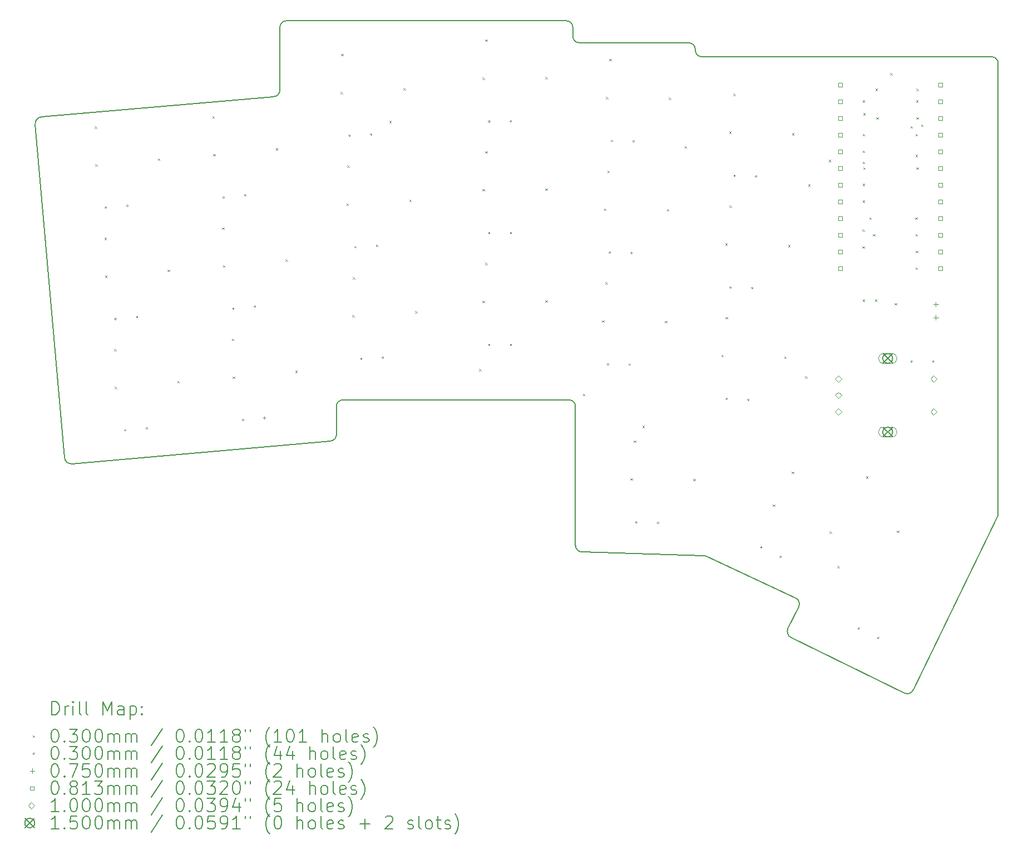
<source format=gbr>
%TF.GenerationSoftware,KiCad,Pcbnew,8.0.4*%
%TF.CreationDate,2024-09-08T01:48:42+02:00*%
%TF.ProjectId,hookah,686f6f6b-6168-42e6-9b69-6361645f7063,1*%
%TF.SameCoordinates,Original*%
%TF.FileFunction,Drillmap*%
%TF.FilePolarity,Positive*%
%FSLAX45Y45*%
G04 Gerber Fmt 4.5, Leading zero omitted, Abs format (unit mm)*
G04 Created by KiCad (PCBNEW 8.0.4) date 2024-09-08 01:48:42*
%MOMM*%
%LPD*%
G01*
G04 APERTURE LIST*
%ADD10C,0.150000*%
%ADD11C,0.200000*%
%ADD12C,0.100000*%
G04 APERTURE END LIST*
D10*
X13440759Y-3204295D02*
G75*
G02*
X13540764Y-3304295I1J-100005D01*
G01*
X13678440Y-11289448D02*
G75*
G02*
X13581398Y-11189492I2960J99958D01*
G01*
X16861251Y-12590342D02*
G75*
G02*
X16815387Y-12456717I44020J89792D01*
G01*
X13640759Y-3539575D02*
G75*
G02*
X13540764Y-3439575I1J99996D01*
G01*
X5914227Y-9947148D02*
G75*
G02*
X5805864Y-9856298I-8747J99618D01*
G01*
X9943524Y-9501311D02*
G75*
G02*
X9852272Y-9601341I-100004J-409D01*
G01*
X18721428Y-13390578D02*
G75*
G02*
X18587535Y-13436531I-89878J43838D01*
G01*
X5358892Y-4777860D02*
G75*
G02*
X5449791Y-4669468I99618J8770D01*
G01*
X15505119Y-3752936D02*
G75*
G02*
X15405124Y-3652936I1J99996D01*
G01*
X15305119Y-3539576D02*
G75*
G02*
X15405124Y-3639575I1J-100004D01*
G01*
X19915431Y-3752936D02*
G75*
G02*
X20015434Y-3852936I-1J-100004D01*
G01*
X20015431Y-10714391D02*
G75*
G02*
X20005310Y-10758228I-100001J1D01*
G01*
X13481392Y-8974946D02*
G75*
G02*
X13581404Y-9074946I8J-100004D01*
G01*
X9941774Y-9075580D02*
G75*
G02*
X10041767Y-8975173I99996J410D01*
G01*
X16930967Y-11987758D02*
G75*
G02*
X16978523Y-12122193I-42327J-90602D01*
G01*
X15534331Y-11344384D02*
G75*
G02*
X15573694Y-11353739I-2961J-99956D01*
G01*
X9082197Y-3304295D02*
G75*
G02*
X9182197Y-3204297I100003J-5D01*
G01*
X9082197Y-4260045D02*
G75*
G02*
X8990912Y-4359657I-99997J5D01*
G01*
X9082197Y-4260045D02*
X9082197Y-3304295D01*
X16930967Y-11987758D02*
X15573695Y-11353738D01*
X13481392Y-8974946D02*
X10041767Y-8975169D01*
X20015431Y-3852936D02*
X20015431Y-10714391D01*
X15405119Y-3639575D02*
X15405119Y-3652936D01*
X5449792Y-4669473D02*
X8990913Y-4359665D01*
X20005310Y-10758229D02*
X18721428Y-13390578D01*
X5914227Y-9947148D02*
X9852272Y-9601338D01*
X13640759Y-3539575D02*
X15305119Y-3539576D01*
X9941774Y-9075580D02*
X9943524Y-9501311D01*
X5805865Y-9856298D02*
X5358892Y-4777860D01*
X18587534Y-13436534D02*
X16861251Y-12590342D01*
X15505119Y-3752936D02*
X19915431Y-3752936D01*
X13581399Y-11189492D02*
X13581399Y-9074946D01*
X15534331Y-11344384D02*
X13678440Y-11289448D01*
X13540759Y-3304295D02*
X13540759Y-3439575D01*
X16815384Y-12456715D02*
X16978525Y-12122194D01*
X9182197Y-3204295D02*
X13440759Y-3204295D01*
D11*
D12*
X6262915Y-4810914D02*
X6292915Y-4840914D01*
X6292915Y-4810914D02*
X6262915Y-4840914D01*
X6272758Y-5389706D02*
X6302758Y-5419706D01*
X6302758Y-5389706D02*
X6272758Y-5419706D01*
X6411080Y-6504445D02*
X6441080Y-6534445D01*
X6441080Y-6504445D02*
X6411080Y-6534445D01*
X6420922Y-7083237D02*
X6450922Y-7113237D01*
X6450922Y-7083237D02*
X6420922Y-7113237D01*
X6559245Y-8197976D02*
X6589245Y-8227976D01*
X6589245Y-8197976D02*
X6559245Y-8227976D01*
X6569087Y-8776768D02*
X6599087Y-8806768D01*
X6599087Y-8776768D02*
X6569087Y-8806768D01*
X7225954Y-5297793D02*
X7255954Y-5327793D01*
X7255954Y-5297793D02*
X7225954Y-5327793D01*
X7374119Y-6991324D02*
X7404119Y-7021324D01*
X7404119Y-6991324D02*
X7374119Y-7021324D01*
X7522284Y-8684855D02*
X7552284Y-8714855D01*
X7552284Y-8684855D02*
X7522284Y-8714855D01*
X8056065Y-4654034D02*
X8086065Y-4684034D01*
X8086065Y-4654034D02*
X8056065Y-4684034D01*
X8065908Y-5232826D02*
X8095908Y-5262826D01*
X8095908Y-5232826D02*
X8065908Y-5262826D01*
X8204230Y-6347565D02*
X8234230Y-6377565D01*
X8234230Y-6347565D02*
X8204230Y-6377565D01*
X8214073Y-6926356D02*
X8244073Y-6956356D01*
X8244073Y-6926356D02*
X8214073Y-6956356D01*
X8352395Y-8041096D02*
X8382395Y-8071096D01*
X8382395Y-8041096D02*
X8352395Y-8071096D01*
X8362238Y-8619888D02*
X8392238Y-8649888D01*
X8392238Y-8619888D02*
X8362238Y-8649888D01*
X9019104Y-5140913D02*
X9049104Y-5170913D01*
X9049104Y-5140913D02*
X9019104Y-5170913D01*
X9167270Y-6834443D02*
X9197270Y-6864443D01*
X9197270Y-6834443D02*
X9167270Y-6864443D01*
X9315434Y-8527975D02*
X9345434Y-8557975D01*
X9345434Y-8527975D02*
X9315434Y-8557975D01*
X10006414Y-4288244D02*
X10036414Y-4318244D01*
X10036414Y-4288244D02*
X10006414Y-4318244D01*
X10016777Y-3709461D02*
X10046777Y-3739461D01*
X10046777Y-3709461D02*
X10016777Y-3739461D01*
X10095385Y-5985914D02*
X10125385Y-6015914D01*
X10125385Y-5985914D02*
X10095385Y-6015914D01*
X10105748Y-5407132D02*
X10135748Y-5437132D01*
X10135748Y-5407132D02*
X10105748Y-5437132D01*
X10184356Y-7683584D02*
X10214356Y-7713584D01*
X10214356Y-7683584D02*
X10184356Y-7713584D01*
X10194719Y-7104802D02*
X10224719Y-7134802D01*
X10224719Y-7104802D02*
X10194719Y-7134802D01*
X10748156Y-4728858D02*
X10778156Y-4758858D01*
X10778156Y-4728858D02*
X10748156Y-4758858D01*
X10962237Y-4229653D02*
X10992237Y-4259653D01*
X10992237Y-4229653D02*
X10962237Y-4259653D01*
X11051208Y-5927323D02*
X11081208Y-5957323D01*
X11081208Y-5927323D02*
X11051208Y-5957323D01*
X11140180Y-7624993D02*
X11170180Y-7654993D01*
X11170180Y-7624993D02*
X11140180Y-7654993D01*
X12112260Y-8504280D02*
X12142260Y-8534280D01*
X12142260Y-8504280D02*
X12112260Y-8534280D01*
X12165997Y-7466267D02*
X12195997Y-7496267D01*
X12195997Y-7466267D02*
X12165997Y-7496267D01*
X12165997Y-5766267D02*
X12195997Y-5796267D01*
X12195997Y-5766267D02*
X12165997Y-5796267D01*
X12165998Y-4066267D02*
X12195998Y-4096267D01*
X12195998Y-4066267D02*
X12165998Y-4096267D01*
X12206637Y-5188820D02*
X12236637Y-5218820D01*
X12236637Y-5188820D02*
X12206637Y-5218820D01*
X12206637Y-6888820D02*
X12236637Y-6918820D01*
X12236637Y-6888820D02*
X12206637Y-6918820D01*
X12206637Y-3488820D02*
X12236637Y-3518820D01*
X12236637Y-3488820D02*
X12206637Y-3518820D01*
X13123577Y-7457780D02*
X13153577Y-7487780D01*
X13153577Y-7457780D02*
X13123577Y-7487780D01*
X13123577Y-4057780D02*
X13153577Y-4087780D01*
X13153577Y-4057780D02*
X13123577Y-4087780D01*
X13123578Y-5757780D02*
X13153578Y-5787780D01*
X13153578Y-5757780D02*
X13123578Y-5787780D01*
X13692016Y-8879218D02*
X13722016Y-8909218D01*
X13722016Y-8879218D02*
X13692016Y-8909218D01*
X13984353Y-7761771D02*
X14014353Y-7791771D01*
X14014353Y-7761771D02*
X13984353Y-7791771D01*
X14014022Y-6062030D02*
X14044022Y-6092030D01*
X14044022Y-6062030D02*
X14014022Y-6092030D01*
X14035064Y-7185121D02*
X14065064Y-7215121D01*
X14065064Y-7185121D02*
X14035064Y-7215121D01*
X14043691Y-4362289D02*
X14073691Y-4392289D01*
X14073691Y-4362289D02*
X14043691Y-4392289D01*
X14064734Y-5485380D02*
X14094734Y-5515380D01*
X14094734Y-5485380D02*
X14064734Y-5515380D01*
X14094403Y-3785639D02*
X14124403Y-3815639D01*
X14124403Y-3785639D02*
X14094403Y-3815639D01*
X14416399Y-10169259D02*
X14446399Y-10199259D01*
X14446399Y-10169259D02*
X14416399Y-10199259D01*
X14467110Y-9592610D02*
X14497110Y-9622610D01*
X14497110Y-9592610D02*
X14467110Y-9622610D01*
X14598796Y-9369438D02*
X14628796Y-9399438D01*
X14628796Y-9369438D02*
X14598796Y-9399438D01*
X14941935Y-7769998D02*
X14971935Y-7799998D01*
X14971935Y-7769998D02*
X14941935Y-7799998D01*
X14971604Y-6070256D02*
X15001604Y-6100256D01*
X15001604Y-6070256D02*
X14971604Y-6100256D01*
X15001273Y-4370516D02*
X15031273Y-4400516D01*
X15031273Y-4370516D02*
X15001273Y-4400516D01*
X15241416Y-5114938D02*
X15271416Y-5144938D01*
X15271416Y-5114938D02*
X15241416Y-5144938D01*
X15373981Y-10177486D02*
X15403981Y-10207486D01*
X15403981Y-10177486D02*
X15373981Y-10207486D01*
X15802786Y-8288673D02*
X15832786Y-8318673D01*
X15832786Y-8288673D02*
X15802786Y-8318673D01*
X15862115Y-6589708D02*
X15892115Y-6619708D01*
X15892115Y-6589708D02*
X15862115Y-6619708D01*
X15863554Y-7712996D02*
X15893554Y-7742996D01*
X15893554Y-7712996D02*
X15863554Y-7742996D01*
X15921444Y-4890744D02*
X15951444Y-4920744D01*
X15951444Y-4890744D02*
X15921444Y-4920744D01*
X15922883Y-6014031D02*
X15952883Y-6044031D01*
X15952883Y-6014031D02*
X15922883Y-6044031D01*
X15982212Y-4315067D02*
X16012212Y-4345067D01*
X16012212Y-4315067D02*
X15982212Y-4345067D01*
X16584404Y-10565389D02*
X16614404Y-10595389D01*
X16614404Y-10565389D02*
X16584404Y-10595389D01*
X16760079Y-8313610D02*
X16790079Y-8343610D01*
X16790079Y-8313610D02*
X16760079Y-8343610D01*
X16819408Y-6614646D02*
X16849408Y-6644646D01*
X16849408Y-6614646D02*
X16819408Y-6644646D01*
X16874067Y-10064199D02*
X16904067Y-10094199D01*
X16904067Y-10064199D02*
X16874067Y-10094199D01*
X16878737Y-4915681D02*
X16908737Y-4945681D01*
X16908737Y-4915681D02*
X16878737Y-4945681D01*
X17075296Y-8615058D02*
X17105296Y-8645058D01*
X17105296Y-8615058D02*
X17075296Y-8645058D01*
X17121016Y-5694058D02*
X17151016Y-5724058D01*
X17151016Y-5694058D02*
X17121016Y-5724058D01*
X17434602Y-5321252D02*
X17464602Y-5351252D01*
X17464602Y-5321252D02*
X17434602Y-5351252D01*
X17448791Y-10977537D02*
X17478791Y-11007537D01*
X17478791Y-10977537D02*
X17448791Y-11007537D01*
X17566351Y-11498950D02*
X17596351Y-11528950D01*
X17596351Y-11498950D02*
X17566351Y-11528950D01*
X17947899Y-6379535D02*
X17977899Y-6409535D01*
X17977899Y-6379535D02*
X17947899Y-6409535D01*
X17947899Y-6636076D02*
X17977899Y-6666076D01*
X17977899Y-6636076D02*
X17947899Y-6666076D01*
X17950439Y-4416116D02*
X17980439Y-4446116D01*
X17980439Y-4416116D02*
X17950439Y-4446116D01*
X17951709Y-7447786D02*
X17981709Y-7477786D01*
X17981709Y-7447786D02*
X17951709Y-7477786D01*
X17952979Y-5349192D02*
X17982979Y-5379192D01*
X17982979Y-5349192D02*
X17952979Y-5379192D01*
X17952979Y-5937576D02*
X17982979Y-5967576D01*
X17982979Y-5937576D02*
X17952979Y-5967576D01*
X17952979Y-4926656D02*
X17982979Y-4956656D01*
X17982979Y-4926656D02*
X17952979Y-4956656D01*
X17952979Y-5180655D02*
X17982979Y-5210655D01*
X17982979Y-5180655D02*
X17952979Y-5210655D01*
X17952979Y-5686116D02*
X17982979Y-5716116D01*
X17982979Y-5686116D02*
X17952979Y-5716116D01*
X17960382Y-5434656D02*
X17990382Y-5464656D01*
X17990382Y-5434656D02*
X17960382Y-5464656D01*
X17960599Y-4609156D02*
X17990599Y-4639156D01*
X17990599Y-4609156D02*
X17960599Y-4639156D01*
X18003562Y-10139632D02*
X18033562Y-10169632D01*
X18033562Y-10139632D02*
X18003562Y-10169632D01*
X18053196Y-6196656D02*
X18083196Y-6226656D01*
X18083196Y-6196656D02*
X18053196Y-6226656D01*
X18107702Y-6450656D02*
X18137702Y-6480656D01*
X18137702Y-6450656D02*
X18107702Y-6480656D01*
X18137129Y-7447606D02*
X18167129Y-7477606D01*
X18167129Y-7447606D02*
X18137129Y-7477606D01*
X18146019Y-4238316D02*
X18176019Y-4268316D01*
X18176019Y-4238316D02*
X18146019Y-4268316D01*
X18157449Y-4672656D02*
X18187449Y-4702656D01*
X18187449Y-4672656D02*
X18157449Y-4702656D01*
X18370809Y-3998286D02*
X18400809Y-4028286D01*
X18400809Y-3998286D02*
X18370809Y-4028286D01*
X18437039Y-7502538D02*
X18467039Y-7532538D01*
X18467039Y-7502538D02*
X18437039Y-7532538D01*
X18473017Y-10962847D02*
X18503017Y-10992847D01*
X18503017Y-10962847D02*
X18473017Y-10992847D01*
X18680576Y-4807598D02*
X18710576Y-4837598D01*
X18710576Y-4807598D02*
X18680576Y-4837598D01*
X18753079Y-6196656D02*
X18783079Y-6226656D01*
X18783079Y-6196656D02*
X18753079Y-6226656D01*
X18755619Y-6450656D02*
X18785619Y-6480656D01*
X18785619Y-6450656D02*
X18755619Y-6480656D01*
X18757942Y-5245052D02*
X18787942Y-5275052D01*
X18787942Y-5245052D02*
X18757942Y-5275052D01*
X18758159Y-6958656D02*
X18788159Y-6988656D01*
X18788159Y-6958656D02*
X18758159Y-6988656D01*
X18758159Y-4926656D02*
X18788159Y-4956656D01*
X18788159Y-4926656D02*
X18758159Y-4956656D01*
X18760699Y-6704655D02*
X18790699Y-6734655D01*
X18790699Y-6704655D02*
X18760699Y-6734655D01*
X18763239Y-4416115D02*
X18793239Y-4446115D01*
X18793239Y-4416115D02*
X18763239Y-4446115D01*
X18768319Y-4238316D02*
X18798319Y-4268316D01*
X18798319Y-4238316D02*
X18768319Y-4268316D01*
X18768319Y-4672656D02*
X18798319Y-4702656D01*
X18798319Y-4672656D02*
X18768319Y-4702656D01*
X18770642Y-5435552D02*
X18800642Y-5465552D01*
X18800642Y-5435552D02*
X18770642Y-5465552D01*
X18841979Y-4784416D02*
X18871979Y-4814416D01*
X18871979Y-4784416D02*
X18841979Y-4814416D01*
X6447546Y-6049699D02*
G75*
G02*
X6417546Y-6049699I-15000J0D01*
G01*
X6417546Y-6049699D02*
G75*
G02*
X6447546Y-6049699I15000J0D01*
G01*
X6595711Y-7743230D02*
G75*
G02*
X6565711Y-7743230I-15000J0D01*
G01*
X6565711Y-7743230D02*
G75*
G02*
X6595711Y-7743230I15000J0D01*
G01*
X6743876Y-9436761D02*
G75*
G02*
X6713876Y-9436761I-15000J0D01*
G01*
X6713876Y-9436761D02*
G75*
G02*
X6743876Y-9436761I15000J0D01*
G01*
X6776290Y-6020938D02*
G75*
G02*
X6746290Y-6020938I-15000J0D01*
G01*
X6746290Y-6020938D02*
G75*
G02*
X6776290Y-6020938I15000J0D01*
G01*
X6924455Y-7714469D02*
G75*
G02*
X6894455Y-7714469I-15000J0D01*
G01*
X6894455Y-7714469D02*
G75*
G02*
X6924455Y-7714469I15000J0D01*
G01*
X7072620Y-9408000D02*
G75*
G02*
X7042620Y-9408000I-15000J0D01*
G01*
X7042620Y-9408000D02*
G75*
G02*
X7072620Y-9408000I15000J0D01*
G01*
X8240697Y-5892819D02*
G75*
G02*
X8210697Y-5892819I-15000J0D01*
G01*
X8210697Y-5892819D02*
G75*
G02*
X8240697Y-5892819I15000J0D01*
G01*
X8388862Y-7586350D02*
G75*
G02*
X8358861Y-7586350I-15000J0D01*
G01*
X8358861Y-7586350D02*
G75*
G02*
X8388862Y-7586350I15000J0D01*
G01*
X8537026Y-9279881D02*
G75*
G02*
X8507026Y-9279881I-15000J0D01*
G01*
X8507026Y-9279881D02*
G75*
G02*
X8537026Y-9279881I15000J0D01*
G01*
X8569441Y-5864058D02*
G75*
G02*
X8539441Y-5864058I-15000J0D01*
G01*
X8539441Y-5864058D02*
G75*
G02*
X8569441Y-5864058I15000J0D01*
G01*
X8717606Y-7557589D02*
G75*
G02*
X8687606Y-7557589I-15000J0D01*
G01*
X8687606Y-7557589D02*
G75*
G02*
X8717606Y-7557589I15000J0D01*
G01*
X8865771Y-9251120D02*
G75*
G02*
X8835771Y-9251120I-15000J0D01*
G01*
X8835771Y-9251120D02*
G75*
G02*
X8865771Y-9251120I15000J0D01*
G01*
X10158604Y-4952897D02*
G75*
G02*
X10128604Y-4952897I-15000J0D01*
G01*
X10128604Y-4952897D02*
G75*
G02*
X10158604Y-4952897I15000J0D01*
G01*
X10247575Y-6650568D02*
G75*
G02*
X10217575Y-6650568I-15000J0D01*
G01*
X10217575Y-6650568D02*
G75*
G02*
X10247575Y-6650568I15000J0D01*
G01*
X10336546Y-8348238D02*
G75*
G02*
X10306546Y-8348238I-15000J0D01*
G01*
X10306546Y-8348238D02*
G75*
G02*
X10336546Y-8348238I15000J0D01*
G01*
X10488152Y-4935626D02*
G75*
G02*
X10458152Y-4935626I-15000J0D01*
G01*
X10458152Y-4935626D02*
G75*
G02*
X10488152Y-4935626I15000J0D01*
G01*
X10577123Y-6633297D02*
G75*
G02*
X10547123Y-6633297I-15000J0D01*
G01*
X10547123Y-6633297D02*
G75*
G02*
X10577123Y-6633297I15000J0D01*
G01*
X10666094Y-8330967D02*
G75*
G02*
X10636094Y-8330967I-15000J0D01*
G01*
X10636094Y-8330967D02*
G75*
G02*
X10666094Y-8330967I15000J0D01*
G01*
X12284020Y-4736425D02*
G75*
G02*
X12254020Y-4736425I-15000J0D01*
G01*
X12254020Y-4736425D02*
G75*
G02*
X12284020Y-4736425I15000J0D01*
G01*
X12284020Y-6436425D02*
G75*
G02*
X12254020Y-6436425I-15000J0D01*
G01*
X12254020Y-6436425D02*
G75*
G02*
X12284020Y-6436425I15000J0D01*
G01*
X12284020Y-8136425D02*
G75*
G02*
X12254020Y-8136425I-15000J0D01*
G01*
X12254020Y-8136425D02*
G75*
G02*
X12284020Y-8136425I15000J0D01*
G01*
X12614020Y-4736425D02*
G75*
G02*
X12584020Y-4736425I-15000J0D01*
G01*
X12584020Y-4736425D02*
G75*
G02*
X12614020Y-4736425I15000J0D01*
G01*
X12614020Y-6436425D02*
G75*
G02*
X12584020Y-6436425I-15000J0D01*
G01*
X12584020Y-6436425D02*
G75*
G02*
X12614020Y-6436425I15000J0D01*
G01*
X12614020Y-8136425D02*
G75*
G02*
X12584020Y-8136425I-15000J0D01*
G01*
X12584020Y-8136425D02*
G75*
G02*
X12614020Y-8136425I15000J0D01*
G01*
X14090928Y-8433366D02*
G75*
G02*
X14060928Y-8433366I-15000J0D01*
G01*
X14060928Y-8433366D02*
G75*
G02*
X14090928Y-8433366I15000J0D01*
G01*
X14120597Y-6733625D02*
G75*
G02*
X14090597Y-6733625I-15000J0D01*
G01*
X14090597Y-6733625D02*
G75*
G02*
X14120597Y-6733625I15000J0D01*
G01*
X14150266Y-5033884D02*
G75*
G02*
X14120266Y-5033884I-15000J0D01*
G01*
X14120266Y-5033884D02*
G75*
G02*
X14150266Y-5033884I15000J0D01*
G01*
X14420878Y-8439125D02*
G75*
G02*
X14390878Y-8439125I-15000J0D01*
G01*
X14390878Y-8439125D02*
G75*
G02*
X14420878Y-8439125I15000J0D01*
G01*
X14450547Y-6739384D02*
G75*
G02*
X14420547Y-6739384I-15000J0D01*
G01*
X14420547Y-6739384D02*
G75*
G02*
X14450547Y-6739384I15000J0D01*
G01*
X14480216Y-5039643D02*
G75*
G02*
X14450216Y-5039643I-15000J0D01*
G01*
X14450216Y-5039643D02*
G75*
G02*
X14480216Y-5039643I15000J0D01*
G01*
X14522974Y-10840854D02*
G75*
G02*
X14492974Y-10840854I-15000J0D01*
G01*
X14492974Y-10840854D02*
G75*
G02*
X14522974Y-10840854I15000J0D01*
G01*
X14852924Y-10846613D02*
G75*
G02*
X14822924Y-10846613I-15000J0D01*
G01*
X14822924Y-10846613D02*
G75*
G02*
X14852924Y-10846613I15000J0D01*
G01*
X15897890Y-8961504D02*
G75*
G02*
X15867890Y-8961504I-15000J0D01*
G01*
X15867890Y-8961504D02*
G75*
G02*
X15897890Y-8961504I15000J0D01*
G01*
X15957219Y-7262539D02*
G75*
G02*
X15927219Y-7262539I-15000J0D01*
G01*
X15927219Y-7262539D02*
G75*
G02*
X15957219Y-7262539I15000J0D01*
G01*
X16016549Y-5563575D02*
G75*
G02*
X15986549Y-5563575I-15000J0D01*
G01*
X15986549Y-5563575D02*
G75*
G02*
X16016549Y-5563575I15000J0D01*
G01*
X16227689Y-8973021D02*
G75*
G02*
X16197689Y-8973021I-15000J0D01*
G01*
X16197689Y-8973021D02*
G75*
G02*
X16227689Y-8973021I15000J0D01*
G01*
X16287018Y-7274056D02*
G75*
G02*
X16257018Y-7274056I-15000J0D01*
G01*
X16257018Y-7274056D02*
G75*
G02*
X16287018Y-7274056I15000J0D01*
G01*
X16346348Y-5575092D02*
G75*
G02*
X16316348Y-5575092I-15000J0D01*
G01*
X16316348Y-5575092D02*
G75*
G02*
X16346348Y-5575092I15000J0D01*
G01*
X16423738Y-11220651D02*
G75*
G02*
X16393738Y-11220651I-15000J0D01*
G01*
X16393738Y-11220651D02*
G75*
G02*
X16423738Y-11220651I15000J0D01*
G01*
X16720340Y-11365313D02*
G75*
G02*
X16690340Y-11365313I-15000J0D01*
G01*
X16690340Y-11365313D02*
G75*
G02*
X16720340Y-11365313I15000J0D01*
G01*
X17909075Y-12453089D02*
G75*
G02*
X17879075Y-12453089I-15000J0D01*
G01*
X17879075Y-12453089D02*
G75*
G02*
X17909075Y-12453089I15000J0D01*
G01*
X18205677Y-12597751D02*
G75*
G02*
X18175677Y-12597751I-15000J0D01*
G01*
X18175677Y-12597751D02*
G75*
G02*
X18205677Y-12597751I15000J0D01*
G01*
X18712459Y-8388436D02*
G75*
G02*
X18682459Y-8388436I-15000J0D01*
G01*
X18682459Y-8388436D02*
G75*
G02*
X18712459Y-8388436I15000J0D01*
G01*
X19042459Y-8388436D02*
G75*
G02*
X19012459Y-8388436I-15000J0D01*
G01*
X19012459Y-8388436D02*
G75*
G02*
X19042459Y-8388436I15000J0D01*
G01*
X19066540Y-7482256D02*
X19066540Y-7557256D01*
X19029040Y-7519756D02*
X19104040Y-7519756D01*
X19066540Y-7682256D02*
X19066540Y-7757256D01*
X19029040Y-7719756D02*
X19104040Y-7719756D01*
X17641116Y-4208393D02*
X17641116Y-4150918D01*
X17583642Y-4150918D01*
X17583642Y-4208393D01*
X17641116Y-4208393D01*
X17641116Y-4462393D02*
X17641116Y-4404918D01*
X17583642Y-4404918D01*
X17583642Y-4462393D01*
X17641116Y-4462393D01*
X17641116Y-4716393D02*
X17641116Y-4658918D01*
X17583642Y-4658918D01*
X17583642Y-4716393D01*
X17641116Y-4716393D01*
X17641116Y-4970393D02*
X17641116Y-4912918D01*
X17583642Y-4912918D01*
X17583642Y-4970393D01*
X17641116Y-4970393D01*
X17641116Y-5224393D02*
X17641116Y-5166918D01*
X17583642Y-5166918D01*
X17583642Y-5224393D01*
X17641116Y-5224393D01*
X17641116Y-5478393D02*
X17641116Y-5420918D01*
X17583642Y-5420918D01*
X17583642Y-5478393D01*
X17641116Y-5478393D01*
X17641116Y-5732393D02*
X17641116Y-5674918D01*
X17583642Y-5674918D01*
X17583642Y-5732393D01*
X17641116Y-5732393D01*
X17641116Y-5986392D02*
X17641116Y-5928918D01*
X17583642Y-5928918D01*
X17583642Y-5986392D01*
X17641116Y-5986392D01*
X17641116Y-6240393D02*
X17641116Y-6182918D01*
X17583642Y-6182918D01*
X17583642Y-6240393D01*
X17641116Y-6240393D01*
X17641116Y-6494393D02*
X17641116Y-6436918D01*
X17583642Y-6436918D01*
X17583642Y-6494393D01*
X17641116Y-6494393D01*
X17641116Y-6748393D02*
X17641116Y-6690918D01*
X17583642Y-6690918D01*
X17583642Y-6748393D01*
X17641116Y-6748393D01*
X17641116Y-7002393D02*
X17641116Y-6944918D01*
X17583642Y-6944918D01*
X17583642Y-7002393D01*
X17641116Y-7002393D01*
X19165116Y-4208393D02*
X19165116Y-4150918D01*
X19107642Y-4150918D01*
X19107642Y-4208393D01*
X19165116Y-4208393D01*
X19165116Y-4462393D02*
X19165116Y-4404918D01*
X19107642Y-4404918D01*
X19107642Y-4462393D01*
X19165116Y-4462393D01*
X19165116Y-4716393D02*
X19165116Y-4658918D01*
X19107642Y-4658918D01*
X19107642Y-4716393D01*
X19165116Y-4716393D01*
X19165116Y-4970393D02*
X19165116Y-4912918D01*
X19107642Y-4912918D01*
X19107642Y-4970393D01*
X19165116Y-4970393D01*
X19165116Y-5224393D02*
X19165116Y-5166919D01*
X19107642Y-5166919D01*
X19107642Y-5224393D01*
X19165116Y-5224393D01*
X19165116Y-5478393D02*
X19165116Y-5420918D01*
X19107642Y-5420918D01*
X19107642Y-5478393D01*
X19165116Y-5478393D01*
X19165116Y-5732393D02*
X19165116Y-5674918D01*
X19107642Y-5674918D01*
X19107642Y-5732393D01*
X19165116Y-5732393D01*
X19165116Y-5986393D02*
X19165116Y-5928918D01*
X19107642Y-5928918D01*
X19107642Y-5986393D01*
X19165116Y-5986393D01*
X19165116Y-6240393D02*
X19165116Y-6182918D01*
X19107642Y-6182918D01*
X19107642Y-6240393D01*
X19165116Y-6240393D01*
X19165116Y-6494393D02*
X19165116Y-6436918D01*
X19107642Y-6436918D01*
X19107642Y-6494393D01*
X19165116Y-6494393D01*
X19165116Y-6748393D02*
X19165116Y-6690918D01*
X19107642Y-6690918D01*
X19107642Y-6748393D01*
X19165116Y-6748393D01*
X19165116Y-7002393D02*
X19165116Y-6944918D01*
X19107642Y-6944918D01*
X19107642Y-7002393D01*
X19165116Y-7002393D01*
X17583739Y-8704056D02*
X17633739Y-8654056D01*
X17583739Y-8604056D01*
X17533739Y-8654056D01*
X17583739Y-8704056D01*
X17583739Y-8954056D02*
X17633739Y-8904056D01*
X17583739Y-8854056D01*
X17533739Y-8904056D01*
X17583739Y-8954056D01*
X17583739Y-9204056D02*
X17633739Y-9154056D01*
X17583739Y-9104056D01*
X17533739Y-9154056D01*
X17583739Y-9204056D01*
X19033739Y-8704056D02*
X19083739Y-8654056D01*
X19033739Y-8604056D01*
X18983739Y-8654056D01*
X19033739Y-8704056D01*
X19033739Y-9204056D02*
X19083739Y-9154056D01*
X19033739Y-9104056D01*
X18983739Y-9154056D01*
X19033739Y-9204056D01*
D10*
X18258739Y-9389056D02*
X18408739Y-9539056D01*
X18408739Y-9389056D02*
X18258739Y-9539056D01*
X18408739Y-9464056D02*
G75*
G02*
X18258739Y-9464056I-75000J0D01*
G01*
X18258739Y-9464056D02*
G75*
G02*
X18408739Y-9464056I75000J0D01*
G01*
D12*
X18268739Y-9539056D02*
X18398739Y-9539056D01*
X18398739Y-9389056D02*
G75*
G02*
X18398739Y-9539056I0J-75000D01*
G01*
X18398739Y-9389056D02*
X18268739Y-9389056D01*
X18268739Y-9389056D02*
G75*
G03*
X18268739Y-9539056I0J-75000D01*
G01*
D10*
X18258739Y-8269056D02*
X18408739Y-8419056D01*
X18408739Y-8269056D02*
X18258739Y-8419056D01*
X18408739Y-8344056D02*
G75*
G02*
X18258739Y-8344056I-75000J0D01*
G01*
X18258739Y-8344056D02*
G75*
G02*
X18408739Y-8344056I75000J0D01*
G01*
D12*
X18268739Y-8419056D02*
X18398739Y-8419056D01*
X18398739Y-8269056D02*
G75*
G02*
X18398739Y-8419056I0J-75000D01*
G01*
X18398739Y-8269056D02*
X18268739Y-8269056D01*
X18268739Y-8269056D02*
G75*
G03*
X18268739Y-8419056I0J-75000D01*
G01*
D11*
X5611784Y-13765723D02*
X5611784Y-13565723D01*
X5611784Y-13565723D02*
X5659403Y-13565723D01*
X5659403Y-13565723D02*
X5687974Y-13575246D01*
X5687974Y-13575246D02*
X5707022Y-13594294D01*
X5707022Y-13594294D02*
X5716546Y-13613342D01*
X5716546Y-13613342D02*
X5726069Y-13651437D01*
X5726069Y-13651437D02*
X5726069Y-13680008D01*
X5726069Y-13680008D02*
X5716546Y-13718104D01*
X5716546Y-13718104D02*
X5707022Y-13737151D01*
X5707022Y-13737151D02*
X5687974Y-13756199D01*
X5687974Y-13756199D02*
X5659403Y-13765723D01*
X5659403Y-13765723D02*
X5611784Y-13765723D01*
X5811784Y-13765723D02*
X5811784Y-13632389D01*
X5811784Y-13670485D02*
X5821308Y-13651437D01*
X5821308Y-13651437D02*
X5830831Y-13641913D01*
X5830831Y-13641913D02*
X5849879Y-13632389D01*
X5849879Y-13632389D02*
X5868927Y-13632389D01*
X5935593Y-13765723D02*
X5935593Y-13632389D01*
X5935593Y-13565723D02*
X5926069Y-13575246D01*
X5926069Y-13575246D02*
X5935593Y-13584770D01*
X5935593Y-13584770D02*
X5945117Y-13575246D01*
X5945117Y-13575246D02*
X5935593Y-13565723D01*
X5935593Y-13565723D02*
X5935593Y-13584770D01*
X6059403Y-13765723D02*
X6040355Y-13756199D01*
X6040355Y-13756199D02*
X6030831Y-13737151D01*
X6030831Y-13737151D02*
X6030831Y-13565723D01*
X6164165Y-13765723D02*
X6145117Y-13756199D01*
X6145117Y-13756199D02*
X6135593Y-13737151D01*
X6135593Y-13737151D02*
X6135593Y-13565723D01*
X6392736Y-13765723D02*
X6392736Y-13565723D01*
X6392736Y-13565723D02*
X6459403Y-13708580D01*
X6459403Y-13708580D02*
X6526069Y-13565723D01*
X6526069Y-13565723D02*
X6526069Y-13765723D01*
X6707022Y-13765723D02*
X6707022Y-13660961D01*
X6707022Y-13660961D02*
X6697498Y-13641913D01*
X6697498Y-13641913D02*
X6678450Y-13632389D01*
X6678450Y-13632389D02*
X6640355Y-13632389D01*
X6640355Y-13632389D02*
X6621308Y-13641913D01*
X6707022Y-13756199D02*
X6687974Y-13765723D01*
X6687974Y-13765723D02*
X6640355Y-13765723D01*
X6640355Y-13765723D02*
X6621308Y-13756199D01*
X6621308Y-13756199D02*
X6611784Y-13737151D01*
X6611784Y-13737151D02*
X6611784Y-13718104D01*
X6611784Y-13718104D02*
X6621308Y-13699056D01*
X6621308Y-13699056D02*
X6640355Y-13689532D01*
X6640355Y-13689532D02*
X6687974Y-13689532D01*
X6687974Y-13689532D02*
X6707022Y-13680008D01*
X6802260Y-13632389D02*
X6802260Y-13832389D01*
X6802260Y-13641913D02*
X6821308Y-13632389D01*
X6821308Y-13632389D02*
X6859403Y-13632389D01*
X6859403Y-13632389D02*
X6878450Y-13641913D01*
X6878450Y-13641913D02*
X6887974Y-13651437D01*
X6887974Y-13651437D02*
X6897498Y-13670485D01*
X6897498Y-13670485D02*
X6897498Y-13727627D01*
X6897498Y-13727627D02*
X6887974Y-13746675D01*
X6887974Y-13746675D02*
X6878450Y-13756199D01*
X6878450Y-13756199D02*
X6859403Y-13765723D01*
X6859403Y-13765723D02*
X6821308Y-13765723D01*
X6821308Y-13765723D02*
X6802260Y-13756199D01*
X6983212Y-13746675D02*
X6992736Y-13756199D01*
X6992736Y-13756199D02*
X6983212Y-13765723D01*
X6983212Y-13765723D02*
X6973689Y-13756199D01*
X6973689Y-13756199D02*
X6983212Y-13746675D01*
X6983212Y-13746675D02*
X6983212Y-13765723D01*
X6983212Y-13641913D02*
X6992736Y-13651437D01*
X6992736Y-13651437D02*
X6983212Y-13660961D01*
X6983212Y-13660961D02*
X6973689Y-13651437D01*
X6973689Y-13651437D02*
X6983212Y-13641913D01*
X6983212Y-13641913D02*
X6983212Y-13660961D01*
D12*
X5321007Y-14079239D02*
X5351007Y-14109239D01*
X5351007Y-14079239D02*
X5321007Y-14109239D01*
D11*
X5649879Y-13985723D02*
X5668927Y-13985723D01*
X5668927Y-13985723D02*
X5687974Y-13995246D01*
X5687974Y-13995246D02*
X5697498Y-14004770D01*
X5697498Y-14004770D02*
X5707022Y-14023818D01*
X5707022Y-14023818D02*
X5716546Y-14061913D01*
X5716546Y-14061913D02*
X5716546Y-14109532D01*
X5716546Y-14109532D02*
X5707022Y-14147627D01*
X5707022Y-14147627D02*
X5697498Y-14166675D01*
X5697498Y-14166675D02*
X5687974Y-14176199D01*
X5687974Y-14176199D02*
X5668927Y-14185723D01*
X5668927Y-14185723D02*
X5649879Y-14185723D01*
X5649879Y-14185723D02*
X5630831Y-14176199D01*
X5630831Y-14176199D02*
X5621308Y-14166675D01*
X5621308Y-14166675D02*
X5611784Y-14147627D01*
X5611784Y-14147627D02*
X5602260Y-14109532D01*
X5602260Y-14109532D02*
X5602260Y-14061913D01*
X5602260Y-14061913D02*
X5611784Y-14023818D01*
X5611784Y-14023818D02*
X5621308Y-14004770D01*
X5621308Y-14004770D02*
X5630831Y-13995246D01*
X5630831Y-13995246D02*
X5649879Y-13985723D01*
X5802260Y-14166675D02*
X5811784Y-14176199D01*
X5811784Y-14176199D02*
X5802260Y-14185723D01*
X5802260Y-14185723D02*
X5792736Y-14176199D01*
X5792736Y-14176199D02*
X5802260Y-14166675D01*
X5802260Y-14166675D02*
X5802260Y-14185723D01*
X5878450Y-13985723D02*
X6002260Y-13985723D01*
X6002260Y-13985723D02*
X5935593Y-14061913D01*
X5935593Y-14061913D02*
X5964165Y-14061913D01*
X5964165Y-14061913D02*
X5983212Y-14071437D01*
X5983212Y-14071437D02*
X5992736Y-14080961D01*
X5992736Y-14080961D02*
X6002260Y-14100008D01*
X6002260Y-14100008D02*
X6002260Y-14147627D01*
X6002260Y-14147627D02*
X5992736Y-14166675D01*
X5992736Y-14166675D02*
X5983212Y-14176199D01*
X5983212Y-14176199D02*
X5964165Y-14185723D01*
X5964165Y-14185723D02*
X5907022Y-14185723D01*
X5907022Y-14185723D02*
X5887974Y-14176199D01*
X5887974Y-14176199D02*
X5878450Y-14166675D01*
X6126069Y-13985723D02*
X6145117Y-13985723D01*
X6145117Y-13985723D02*
X6164165Y-13995246D01*
X6164165Y-13995246D02*
X6173689Y-14004770D01*
X6173689Y-14004770D02*
X6183212Y-14023818D01*
X6183212Y-14023818D02*
X6192736Y-14061913D01*
X6192736Y-14061913D02*
X6192736Y-14109532D01*
X6192736Y-14109532D02*
X6183212Y-14147627D01*
X6183212Y-14147627D02*
X6173689Y-14166675D01*
X6173689Y-14166675D02*
X6164165Y-14176199D01*
X6164165Y-14176199D02*
X6145117Y-14185723D01*
X6145117Y-14185723D02*
X6126069Y-14185723D01*
X6126069Y-14185723D02*
X6107022Y-14176199D01*
X6107022Y-14176199D02*
X6097498Y-14166675D01*
X6097498Y-14166675D02*
X6087974Y-14147627D01*
X6087974Y-14147627D02*
X6078450Y-14109532D01*
X6078450Y-14109532D02*
X6078450Y-14061913D01*
X6078450Y-14061913D02*
X6087974Y-14023818D01*
X6087974Y-14023818D02*
X6097498Y-14004770D01*
X6097498Y-14004770D02*
X6107022Y-13995246D01*
X6107022Y-13995246D02*
X6126069Y-13985723D01*
X6316546Y-13985723D02*
X6335593Y-13985723D01*
X6335593Y-13985723D02*
X6354641Y-13995246D01*
X6354641Y-13995246D02*
X6364165Y-14004770D01*
X6364165Y-14004770D02*
X6373689Y-14023818D01*
X6373689Y-14023818D02*
X6383212Y-14061913D01*
X6383212Y-14061913D02*
X6383212Y-14109532D01*
X6383212Y-14109532D02*
X6373689Y-14147627D01*
X6373689Y-14147627D02*
X6364165Y-14166675D01*
X6364165Y-14166675D02*
X6354641Y-14176199D01*
X6354641Y-14176199D02*
X6335593Y-14185723D01*
X6335593Y-14185723D02*
X6316546Y-14185723D01*
X6316546Y-14185723D02*
X6297498Y-14176199D01*
X6297498Y-14176199D02*
X6287974Y-14166675D01*
X6287974Y-14166675D02*
X6278450Y-14147627D01*
X6278450Y-14147627D02*
X6268927Y-14109532D01*
X6268927Y-14109532D02*
X6268927Y-14061913D01*
X6268927Y-14061913D02*
X6278450Y-14023818D01*
X6278450Y-14023818D02*
X6287974Y-14004770D01*
X6287974Y-14004770D02*
X6297498Y-13995246D01*
X6297498Y-13995246D02*
X6316546Y-13985723D01*
X6468927Y-14185723D02*
X6468927Y-14052389D01*
X6468927Y-14071437D02*
X6478450Y-14061913D01*
X6478450Y-14061913D02*
X6497498Y-14052389D01*
X6497498Y-14052389D02*
X6526070Y-14052389D01*
X6526070Y-14052389D02*
X6545117Y-14061913D01*
X6545117Y-14061913D02*
X6554641Y-14080961D01*
X6554641Y-14080961D02*
X6554641Y-14185723D01*
X6554641Y-14080961D02*
X6564165Y-14061913D01*
X6564165Y-14061913D02*
X6583212Y-14052389D01*
X6583212Y-14052389D02*
X6611784Y-14052389D01*
X6611784Y-14052389D02*
X6630831Y-14061913D01*
X6630831Y-14061913D02*
X6640355Y-14080961D01*
X6640355Y-14080961D02*
X6640355Y-14185723D01*
X6735593Y-14185723D02*
X6735593Y-14052389D01*
X6735593Y-14071437D02*
X6745117Y-14061913D01*
X6745117Y-14061913D02*
X6764165Y-14052389D01*
X6764165Y-14052389D02*
X6792736Y-14052389D01*
X6792736Y-14052389D02*
X6811784Y-14061913D01*
X6811784Y-14061913D02*
X6821308Y-14080961D01*
X6821308Y-14080961D02*
X6821308Y-14185723D01*
X6821308Y-14080961D02*
X6830831Y-14061913D01*
X6830831Y-14061913D02*
X6849879Y-14052389D01*
X6849879Y-14052389D02*
X6878450Y-14052389D01*
X6878450Y-14052389D02*
X6897498Y-14061913D01*
X6897498Y-14061913D02*
X6907022Y-14080961D01*
X6907022Y-14080961D02*
X6907022Y-14185723D01*
X7297498Y-13976199D02*
X7126070Y-14233342D01*
X7554641Y-13985723D02*
X7573689Y-13985723D01*
X7573689Y-13985723D02*
X7592736Y-13995246D01*
X7592736Y-13995246D02*
X7602260Y-14004770D01*
X7602260Y-14004770D02*
X7611784Y-14023818D01*
X7611784Y-14023818D02*
X7621308Y-14061913D01*
X7621308Y-14061913D02*
X7621308Y-14109532D01*
X7621308Y-14109532D02*
X7611784Y-14147627D01*
X7611784Y-14147627D02*
X7602260Y-14166675D01*
X7602260Y-14166675D02*
X7592736Y-14176199D01*
X7592736Y-14176199D02*
X7573689Y-14185723D01*
X7573689Y-14185723D02*
X7554641Y-14185723D01*
X7554641Y-14185723D02*
X7535593Y-14176199D01*
X7535593Y-14176199D02*
X7526070Y-14166675D01*
X7526070Y-14166675D02*
X7516546Y-14147627D01*
X7516546Y-14147627D02*
X7507022Y-14109532D01*
X7507022Y-14109532D02*
X7507022Y-14061913D01*
X7507022Y-14061913D02*
X7516546Y-14023818D01*
X7516546Y-14023818D02*
X7526070Y-14004770D01*
X7526070Y-14004770D02*
X7535593Y-13995246D01*
X7535593Y-13995246D02*
X7554641Y-13985723D01*
X7707022Y-14166675D02*
X7716546Y-14176199D01*
X7716546Y-14176199D02*
X7707022Y-14185723D01*
X7707022Y-14185723D02*
X7697498Y-14176199D01*
X7697498Y-14176199D02*
X7707022Y-14166675D01*
X7707022Y-14166675D02*
X7707022Y-14185723D01*
X7840355Y-13985723D02*
X7859403Y-13985723D01*
X7859403Y-13985723D02*
X7878451Y-13995246D01*
X7878451Y-13995246D02*
X7887974Y-14004770D01*
X7887974Y-14004770D02*
X7897498Y-14023818D01*
X7897498Y-14023818D02*
X7907022Y-14061913D01*
X7907022Y-14061913D02*
X7907022Y-14109532D01*
X7907022Y-14109532D02*
X7897498Y-14147627D01*
X7897498Y-14147627D02*
X7887974Y-14166675D01*
X7887974Y-14166675D02*
X7878451Y-14176199D01*
X7878451Y-14176199D02*
X7859403Y-14185723D01*
X7859403Y-14185723D02*
X7840355Y-14185723D01*
X7840355Y-14185723D02*
X7821308Y-14176199D01*
X7821308Y-14176199D02*
X7811784Y-14166675D01*
X7811784Y-14166675D02*
X7802260Y-14147627D01*
X7802260Y-14147627D02*
X7792736Y-14109532D01*
X7792736Y-14109532D02*
X7792736Y-14061913D01*
X7792736Y-14061913D02*
X7802260Y-14023818D01*
X7802260Y-14023818D02*
X7811784Y-14004770D01*
X7811784Y-14004770D02*
X7821308Y-13995246D01*
X7821308Y-13995246D02*
X7840355Y-13985723D01*
X8097498Y-14185723D02*
X7983213Y-14185723D01*
X8040355Y-14185723D02*
X8040355Y-13985723D01*
X8040355Y-13985723D02*
X8021308Y-14014294D01*
X8021308Y-14014294D02*
X8002260Y-14033342D01*
X8002260Y-14033342D02*
X7983213Y-14042865D01*
X8287974Y-14185723D02*
X8173689Y-14185723D01*
X8230832Y-14185723D02*
X8230832Y-13985723D01*
X8230832Y-13985723D02*
X8211784Y-14014294D01*
X8211784Y-14014294D02*
X8192736Y-14033342D01*
X8192736Y-14033342D02*
X8173689Y-14042865D01*
X8402260Y-14071437D02*
X8383213Y-14061913D01*
X8383213Y-14061913D02*
X8373689Y-14052389D01*
X8373689Y-14052389D02*
X8364165Y-14033342D01*
X8364165Y-14033342D02*
X8364165Y-14023818D01*
X8364165Y-14023818D02*
X8373689Y-14004770D01*
X8373689Y-14004770D02*
X8383213Y-13995246D01*
X8383213Y-13995246D02*
X8402260Y-13985723D01*
X8402260Y-13985723D02*
X8440356Y-13985723D01*
X8440356Y-13985723D02*
X8459403Y-13995246D01*
X8459403Y-13995246D02*
X8468927Y-14004770D01*
X8468927Y-14004770D02*
X8478451Y-14023818D01*
X8478451Y-14023818D02*
X8478451Y-14033342D01*
X8478451Y-14033342D02*
X8468927Y-14052389D01*
X8468927Y-14052389D02*
X8459403Y-14061913D01*
X8459403Y-14061913D02*
X8440356Y-14071437D01*
X8440356Y-14071437D02*
X8402260Y-14071437D01*
X8402260Y-14071437D02*
X8383213Y-14080961D01*
X8383213Y-14080961D02*
X8373689Y-14090485D01*
X8373689Y-14090485D02*
X8364165Y-14109532D01*
X8364165Y-14109532D02*
X8364165Y-14147627D01*
X8364165Y-14147627D02*
X8373689Y-14166675D01*
X8373689Y-14166675D02*
X8383213Y-14176199D01*
X8383213Y-14176199D02*
X8402260Y-14185723D01*
X8402260Y-14185723D02*
X8440356Y-14185723D01*
X8440356Y-14185723D02*
X8459403Y-14176199D01*
X8459403Y-14176199D02*
X8468927Y-14166675D01*
X8468927Y-14166675D02*
X8478451Y-14147627D01*
X8478451Y-14147627D02*
X8478451Y-14109532D01*
X8478451Y-14109532D02*
X8468927Y-14090485D01*
X8468927Y-14090485D02*
X8459403Y-14080961D01*
X8459403Y-14080961D02*
X8440356Y-14071437D01*
X8554641Y-13985723D02*
X8554641Y-14023818D01*
X8630832Y-13985723D02*
X8630832Y-14023818D01*
X8926070Y-14261913D02*
X8916546Y-14252389D01*
X8916546Y-14252389D02*
X8897498Y-14223818D01*
X8897498Y-14223818D02*
X8887975Y-14204770D01*
X8887975Y-14204770D02*
X8878451Y-14176199D01*
X8878451Y-14176199D02*
X8868927Y-14128580D01*
X8868927Y-14128580D02*
X8868927Y-14090485D01*
X8868927Y-14090485D02*
X8878451Y-14042865D01*
X8878451Y-14042865D02*
X8887975Y-14014294D01*
X8887975Y-14014294D02*
X8897498Y-13995246D01*
X8897498Y-13995246D02*
X8916546Y-13966675D01*
X8916546Y-13966675D02*
X8926070Y-13957151D01*
X9107022Y-14185723D02*
X8992737Y-14185723D01*
X9049879Y-14185723D02*
X9049879Y-13985723D01*
X9049879Y-13985723D02*
X9030832Y-14014294D01*
X9030832Y-14014294D02*
X9011784Y-14033342D01*
X9011784Y-14033342D02*
X8992737Y-14042865D01*
X9230832Y-13985723D02*
X9249879Y-13985723D01*
X9249879Y-13985723D02*
X9268927Y-13995246D01*
X9268927Y-13995246D02*
X9278451Y-14004770D01*
X9278451Y-14004770D02*
X9287975Y-14023818D01*
X9287975Y-14023818D02*
X9297498Y-14061913D01*
X9297498Y-14061913D02*
X9297498Y-14109532D01*
X9297498Y-14109532D02*
X9287975Y-14147627D01*
X9287975Y-14147627D02*
X9278451Y-14166675D01*
X9278451Y-14166675D02*
X9268927Y-14176199D01*
X9268927Y-14176199D02*
X9249879Y-14185723D01*
X9249879Y-14185723D02*
X9230832Y-14185723D01*
X9230832Y-14185723D02*
X9211784Y-14176199D01*
X9211784Y-14176199D02*
X9202260Y-14166675D01*
X9202260Y-14166675D02*
X9192737Y-14147627D01*
X9192737Y-14147627D02*
X9183213Y-14109532D01*
X9183213Y-14109532D02*
X9183213Y-14061913D01*
X9183213Y-14061913D02*
X9192737Y-14023818D01*
X9192737Y-14023818D02*
X9202260Y-14004770D01*
X9202260Y-14004770D02*
X9211784Y-13995246D01*
X9211784Y-13995246D02*
X9230832Y-13985723D01*
X9487975Y-14185723D02*
X9373689Y-14185723D01*
X9430832Y-14185723D02*
X9430832Y-13985723D01*
X9430832Y-13985723D02*
X9411784Y-14014294D01*
X9411784Y-14014294D02*
X9392737Y-14033342D01*
X9392737Y-14033342D02*
X9373689Y-14042865D01*
X9726070Y-14185723D02*
X9726070Y-13985723D01*
X9811784Y-14185723D02*
X9811784Y-14080961D01*
X9811784Y-14080961D02*
X9802260Y-14061913D01*
X9802260Y-14061913D02*
X9783213Y-14052389D01*
X9783213Y-14052389D02*
X9754641Y-14052389D01*
X9754641Y-14052389D02*
X9735594Y-14061913D01*
X9735594Y-14061913D02*
X9726070Y-14071437D01*
X9935594Y-14185723D02*
X9916546Y-14176199D01*
X9916546Y-14176199D02*
X9907022Y-14166675D01*
X9907022Y-14166675D02*
X9897499Y-14147627D01*
X9897499Y-14147627D02*
X9897499Y-14090485D01*
X9897499Y-14090485D02*
X9907022Y-14071437D01*
X9907022Y-14071437D02*
X9916546Y-14061913D01*
X9916546Y-14061913D02*
X9935594Y-14052389D01*
X9935594Y-14052389D02*
X9964165Y-14052389D01*
X9964165Y-14052389D02*
X9983213Y-14061913D01*
X9983213Y-14061913D02*
X9992737Y-14071437D01*
X9992737Y-14071437D02*
X10002260Y-14090485D01*
X10002260Y-14090485D02*
X10002260Y-14147627D01*
X10002260Y-14147627D02*
X9992737Y-14166675D01*
X9992737Y-14166675D02*
X9983213Y-14176199D01*
X9983213Y-14176199D02*
X9964165Y-14185723D01*
X9964165Y-14185723D02*
X9935594Y-14185723D01*
X10116546Y-14185723D02*
X10097499Y-14176199D01*
X10097499Y-14176199D02*
X10087975Y-14157151D01*
X10087975Y-14157151D02*
X10087975Y-13985723D01*
X10268927Y-14176199D02*
X10249880Y-14185723D01*
X10249880Y-14185723D02*
X10211784Y-14185723D01*
X10211784Y-14185723D02*
X10192737Y-14176199D01*
X10192737Y-14176199D02*
X10183213Y-14157151D01*
X10183213Y-14157151D02*
X10183213Y-14080961D01*
X10183213Y-14080961D02*
X10192737Y-14061913D01*
X10192737Y-14061913D02*
X10211784Y-14052389D01*
X10211784Y-14052389D02*
X10249880Y-14052389D01*
X10249880Y-14052389D02*
X10268927Y-14061913D01*
X10268927Y-14061913D02*
X10278451Y-14080961D01*
X10278451Y-14080961D02*
X10278451Y-14100008D01*
X10278451Y-14100008D02*
X10183213Y-14119056D01*
X10354641Y-14176199D02*
X10373689Y-14185723D01*
X10373689Y-14185723D02*
X10411784Y-14185723D01*
X10411784Y-14185723D02*
X10430832Y-14176199D01*
X10430832Y-14176199D02*
X10440356Y-14157151D01*
X10440356Y-14157151D02*
X10440356Y-14147627D01*
X10440356Y-14147627D02*
X10430832Y-14128580D01*
X10430832Y-14128580D02*
X10411784Y-14119056D01*
X10411784Y-14119056D02*
X10383213Y-14119056D01*
X10383213Y-14119056D02*
X10364165Y-14109532D01*
X10364165Y-14109532D02*
X10354641Y-14090485D01*
X10354641Y-14090485D02*
X10354641Y-14080961D01*
X10354641Y-14080961D02*
X10364165Y-14061913D01*
X10364165Y-14061913D02*
X10383213Y-14052389D01*
X10383213Y-14052389D02*
X10411784Y-14052389D01*
X10411784Y-14052389D02*
X10430832Y-14061913D01*
X10507022Y-14261913D02*
X10516546Y-14252389D01*
X10516546Y-14252389D02*
X10535594Y-14223818D01*
X10535594Y-14223818D02*
X10545118Y-14204770D01*
X10545118Y-14204770D02*
X10554641Y-14176199D01*
X10554641Y-14176199D02*
X10564165Y-14128580D01*
X10564165Y-14128580D02*
X10564165Y-14090485D01*
X10564165Y-14090485D02*
X10554641Y-14042865D01*
X10554641Y-14042865D02*
X10545118Y-14014294D01*
X10545118Y-14014294D02*
X10535594Y-13995246D01*
X10535594Y-13995246D02*
X10516546Y-13966675D01*
X10516546Y-13966675D02*
X10507022Y-13957151D01*
D12*
X5351007Y-14358239D02*
G75*
G02*
X5321007Y-14358239I-15000J0D01*
G01*
X5321007Y-14358239D02*
G75*
G02*
X5351007Y-14358239I15000J0D01*
G01*
D11*
X5649879Y-14249723D02*
X5668927Y-14249723D01*
X5668927Y-14249723D02*
X5687974Y-14259246D01*
X5687974Y-14259246D02*
X5697498Y-14268770D01*
X5697498Y-14268770D02*
X5707022Y-14287818D01*
X5707022Y-14287818D02*
X5716546Y-14325913D01*
X5716546Y-14325913D02*
X5716546Y-14373532D01*
X5716546Y-14373532D02*
X5707022Y-14411627D01*
X5707022Y-14411627D02*
X5697498Y-14430675D01*
X5697498Y-14430675D02*
X5687974Y-14440199D01*
X5687974Y-14440199D02*
X5668927Y-14449723D01*
X5668927Y-14449723D02*
X5649879Y-14449723D01*
X5649879Y-14449723D02*
X5630831Y-14440199D01*
X5630831Y-14440199D02*
X5621308Y-14430675D01*
X5621308Y-14430675D02*
X5611784Y-14411627D01*
X5611784Y-14411627D02*
X5602260Y-14373532D01*
X5602260Y-14373532D02*
X5602260Y-14325913D01*
X5602260Y-14325913D02*
X5611784Y-14287818D01*
X5611784Y-14287818D02*
X5621308Y-14268770D01*
X5621308Y-14268770D02*
X5630831Y-14259246D01*
X5630831Y-14259246D02*
X5649879Y-14249723D01*
X5802260Y-14430675D02*
X5811784Y-14440199D01*
X5811784Y-14440199D02*
X5802260Y-14449723D01*
X5802260Y-14449723D02*
X5792736Y-14440199D01*
X5792736Y-14440199D02*
X5802260Y-14430675D01*
X5802260Y-14430675D02*
X5802260Y-14449723D01*
X5878450Y-14249723D02*
X6002260Y-14249723D01*
X6002260Y-14249723D02*
X5935593Y-14325913D01*
X5935593Y-14325913D02*
X5964165Y-14325913D01*
X5964165Y-14325913D02*
X5983212Y-14335437D01*
X5983212Y-14335437D02*
X5992736Y-14344961D01*
X5992736Y-14344961D02*
X6002260Y-14364008D01*
X6002260Y-14364008D02*
X6002260Y-14411627D01*
X6002260Y-14411627D02*
X5992736Y-14430675D01*
X5992736Y-14430675D02*
X5983212Y-14440199D01*
X5983212Y-14440199D02*
X5964165Y-14449723D01*
X5964165Y-14449723D02*
X5907022Y-14449723D01*
X5907022Y-14449723D02*
X5887974Y-14440199D01*
X5887974Y-14440199D02*
X5878450Y-14430675D01*
X6126069Y-14249723D02*
X6145117Y-14249723D01*
X6145117Y-14249723D02*
X6164165Y-14259246D01*
X6164165Y-14259246D02*
X6173689Y-14268770D01*
X6173689Y-14268770D02*
X6183212Y-14287818D01*
X6183212Y-14287818D02*
X6192736Y-14325913D01*
X6192736Y-14325913D02*
X6192736Y-14373532D01*
X6192736Y-14373532D02*
X6183212Y-14411627D01*
X6183212Y-14411627D02*
X6173689Y-14430675D01*
X6173689Y-14430675D02*
X6164165Y-14440199D01*
X6164165Y-14440199D02*
X6145117Y-14449723D01*
X6145117Y-14449723D02*
X6126069Y-14449723D01*
X6126069Y-14449723D02*
X6107022Y-14440199D01*
X6107022Y-14440199D02*
X6097498Y-14430675D01*
X6097498Y-14430675D02*
X6087974Y-14411627D01*
X6087974Y-14411627D02*
X6078450Y-14373532D01*
X6078450Y-14373532D02*
X6078450Y-14325913D01*
X6078450Y-14325913D02*
X6087974Y-14287818D01*
X6087974Y-14287818D02*
X6097498Y-14268770D01*
X6097498Y-14268770D02*
X6107022Y-14259246D01*
X6107022Y-14259246D02*
X6126069Y-14249723D01*
X6316546Y-14249723D02*
X6335593Y-14249723D01*
X6335593Y-14249723D02*
X6354641Y-14259246D01*
X6354641Y-14259246D02*
X6364165Y-14268770D01*
X6364165Y-14268770D02*
X6373689Y-14287818D01*
X6373689Y-14287818D02*
X6383212Y-14325913D01*
X6383212Y-14325913D02*
X6383212Y-14373532D01*
X6383212Y-14373532D02*
X6373689Y-14411627D01*
X6373689Y-14411627D02*
X6364165Y-14430675D01*
X6364165Y-14430675D02*
X6354641Y-14440199D01*
X6354641Y-14440199D02*
X6335593Y-14449723D01*
X6335593Y-14449723D02*
X6316546Y-14449723D01*
X6316546Y-14449723D02*
X6297498Y-14440199D01*
X6297498Y-14440199D02*
X6287974Y-14430675D01*
X6287974Y-14430675D02*
X6278450Y-14411627D01*
X6278450Y-14411627D02*
X6268927Y-14373532D01*
X6268927Y-14373532D02*
X6268927Y-14325913D01*
X6268927Y-14325913D02*
X6278450Y-14287818D01*
X6278450Y-14287818D02*
X6287974Y-14268770D01*
X6287974Y-14268770D02*
X6297498Y-14259246D01*
X6297498Y-14259246D02*
X6316546Y-14249723D01*
X6468927Y-14449723D02*
X6468927Y-14316389D01*
X6468927Y-14335437D02*
X6478450Y-14325913D01*
X6478450Y-14325913D02*
X6497498Y-14316389D01*
X6497498Y-14316389D02*
X6526070Y-14316389D01*
X6526070Y-14316389D02*
X6545117Y-14325913D01*
X6545117Y-14325913D02*
X6554641Y-14344961D01*
X6554641Y-14344961D02*
X6554641Y-14449723D01*
X6554641Y-14344961D02*
X6564165Y-14325913D01*
X6564165Y-14325913D02*
X6583212Y-14316389D01*
X6583212Y-14316389D02*
X6611784Y-14316389D01*
X6611784Y-14316389D02*
X6630831Y-14325913D01*
X6630831Y-14325913D02*
X6640355Y-14344961D01*
X6640355Y-14344961D02*
X6640355Y-14449723D01*
X6735593Y-14449723D02*
X6735593Y-14316389D01*
X6735593Y-14335437D02*
X6745117Y-14325913D01*
X6745117Y-14325913D02*
X6764165Y-14316389D01*
X6764165Y-14316389D02*
X6792736Y-14316389D01*
X6792736Y-14316389D02*
X6811784Y-14325913D01*
X6811784Y-14325913D02*
X6821308Y-14344961D01*
X6821308Y-14344961D02*
X6821308Y-14449723D01*
X6821308Y-14344961D02*
X6830831Y-14325913D01*
X6830831Y-14325913D02*
X6849879Y-14316389D01*
X6849879Y-14316389D02*
X6878450Y-14316389D01*
X6878450Y-14316389D02*
X6897498Y-14325913D01*
X6897498Y-14325913D02*
X6907022Y-14344961D01*
X6907022Y-14344961D02*
X6907022Y-14449723D01*
X7297498Y-14240199D02*
X7126070Y-14497342D01*
X7554641Y-14249723D02*
X7573689Y-14249723D01*
X7573689Y-14249723D02*
X7592736Y-14259246D01*
X7592736Y-14259246D02*
X7602260Y-14268770D01*
X7602260Y-14268770D02*
X7611784Y-14287818D01*
X7611784Y-14287818D02*
X7621308Y-14325913D01*
X7621308Y-14325913D02*
X7621308Y-14373532D01*
X7621308Y-14373532D02*
X7611784Y-14411627D01*
X7611784Y-14411627D02*
X7602260Y-14430675D01*
X7602260Y-14430675D02*
X7592736Y-14440199D01*
X7592736Y-14440199D02*
X7573689Y-14449723D01*
X7573689Y-14449723D02*
X7554641Y-14449723D01*
X7554641Y-14449723D02*
X7535593Y-14440199D01*
X7535593Y-14440199D02*
X7526070Y-14430675D01*
X7526070Y-14430675D02*
X7516546Y-14411627D01*
X7516546Y-14411627D02*
X7507022Y-14373532D01*
X7507022Y-14373532D02*
X7507022Y-14325913D01*
X7507022Y-14325913D02*
X7516546Y-14287818D01*
X7516546Y-14287818D02*
X7526070Y-14268770D01*
X7526070Y-14268770D02*
X7535593Y-14259246D01*
X7535593Y-14259246D02*
X7554641Y-14249723D01*
X7707022Y-14430675D02*
X7716546Y-14440199D01*
X7716546Y-14440199D02*
X7707022Y-14449723D01*
X7707022Y-14449723D02*
X7697498Y-14440199D01*
X7697498Y-14440199D02*
X7707022Y-14430675D01*
X7707022Y-14430675D02*
X7707022Y-14449723D01*
X7840355Y-14249723D02*
X7859403Y-14249723D01*
X7859403Y-14249723D02*
X7878451Y-14259246D01*
X7878451Y-14259246D02*
X7887974Y-14268770D01*
X7887974Y-14268770D02*
X7897498Y-14287818D01*
X7897498Y-14287818D02*
X7907022Y-14325913D01*
X7907022Y-14325913D02*
X7907022Y-14373532D01*
X7907022Y-14373532D02*
X7897498Y-14411627D01*
X7897498Y-14411627D02*
X7887974Y-14430675D01*
X7887974Y-14430675D02*
X7878451Y-14440199D01*
X7878451Y-14440199D02*
X7859403Y-14449723D01*
X7859403Y-14449723D02*
X7840355Y-14449723D01*
X7840355Y-14449723D02*
X7821308Y-14440199D01*
X7821308Y-14440199D02*
X7811784Y-14430675D01*
X7811784Y-14430675D02*
X7802260Y-14411627D01*
X7802260Y-14411627D02*
X7792736Y-14373532D01*
X7792736Y-14373532D02*
X7792736Y-14325913D01*
X7792736Y-14325913D02*
X7802260Y-14287818D01*
X7802260Y-14287818D02*
X7811784Y-14268770D01*
X7811784Y-14268770D02*
X7821308Y-14259246D01*
X7821308Y-14259246D02*
X7840355Y-14249723D01*
X8097498Y-14449723D02*
X7983213Y-14449723D01*
X8040355Y-14449723D02*
X8040355Y-14249723D01*
X8040355Y-14249723D02*
X8021308Y-14278294D01*
X8021308Y-14278294D02*
X8002260Y-14297342D01*
X8002260Y-14297342D02*
X7983213Y-14306865D01*
X8287974Y-14449723D02*
X8173689Y-14449723D01*
X8230832Y-14449723D02*
X8230832Y-14249723D01*
X8230832Y-14249723D02*
X8211784Y-14278294D01*
X8211784Y-14278294D02*
X8192736Y-14297342D01*
X8192736Y-14297342D02*
X8173689Y-14306865D01*
X8402260Y-14335437D02*
X8383213Y-14325913D01*
X8383213Y-14325913D02*
X8373689Y-14316389D01*
X8373689Y-14316389D02*
X8364165Y-14297342D01*
X8364165Y-14297342D02*
X8364165Y-14287818D01*
X8364165Y-14287818D02*
X8373689Y-14268770D01*
X8373689Y-14268770D02*
X8383213Y-14259246D01*
X8383213Y-14259246D02*
X8402260Y-14249723D01*
X8402260Y-14249723D02*
X8440356Y-14249723D01*
X8440356Y-14249723D02*
X8459403Y-14259246D01*
X8459403Y-14259246D02*
X8468927Y-14268770D01*
X8468927Y-14268770D02*
X8478451Y-14287818D01*
X8478451Y-14287818D02*
X8478451Y-14297342D01*
X8478451Y-14297342D02*
X8468927Y-14316389D01*
X8468927Y-14316389D02*
X8459403Y-14325913D01*
X8459403Y-14325913D02*
X8440356Y-14335437D01*
X8440356Y-14335437D02*
X8402260Y-14335437D01*
X8402260Y-14335437D02*
X8383213Y-14344961D01*
X8383213Y-14344961D02*
X8373689Y-14354485D01*
X8373689Y-14354485D02*
X8364165Y-14373532D01*
X8364165Y-14373532D02*
X8364165Y-14411627D01*
X8364165Y-14411627D02*
X8373689Y-14430675D01*
X8373689Y-14430675D02*
X8383213Y-14440199D01*
X8383213Y-14440199D02*
X8402260Y-14449723D01*
X8402260Y-14449723D02*
X8440356Y-14449723D01*
X8440356Y-14449723D02*
X8459403Y-14440199D01*
X8459403Y-14440199D02*
X8468927Y-14430675D01*
X8468927Y-14430675D02*
X8478451Y-14411627D01*
X8478451Y-14411627D02*
X8478451Y-14373532D01*
X8478451Y-14373532D02*
X8468927Y-14354485D01*
X8468927Y-14354485D02*
X8459403Y-14344961D01*
X8459403Y-14344961D02*
X8440356Y-14335437D01*
X8554641Y-14249723D02*
X8554641Y-14287818D01*
X8630832Y-14249723D02*
X8630832Y-14287818D01*
X8926070Y-14525913D02*
X8916546Y-14516389D01*
X8916546Y-14516389D02*
X8897498Y-14487818D01*
X8897498Y-14487818D02*
X8887975Y-14468770D01*
X8887975Y-14468770D02*
X8878451Y-14440199D01*
X8878451Y-14440199D02*
X8868927Y-14392580D01*
X8868927Y-14392580D02*
X8868927Y-14354485D01*
X8868927Y-14354485D02*
X8878451Y-14306865D01*
X8878451Y-14306865D02*
X8887975Y-14278294D01*
X8887975Y-14278294D02*
X8897498Y-14259246D01*
X8897498Y-14259246D02*
X8916546Y-14230675D01*
X8916546Y-14230675D02*
X8926070Y-14221151D01*
X9087975Y-14316389D02*
X9087975Y-14449723D01*
X9040356Y-14240199D02*
X8992737Y-14383056D01*
X8992737Y-14383056D02*
X9116546Y-14383056D01*
X9278451Y-14316389D02*
X9278451Y-14449723D01*
X9230832Y-14240199D02*
X9183213Y-14383056D01*
X9183213Y-14383056D02*
X9307022Y-14383056D01*
X9535594Y-14449723D02*
X9535594Y-14249723D01*
X9621308Y-14449723D02*
X9621308Y-14344961D01*
X9621308Y-14344961D02*
X9611784Y-14325913D01*
X9611784Y-14325913D02*
X9592737Y-14316389D01*
X9592737Y-14316389D02*
X9564165Y-14316389D01*
X9564165Y-14316389D02*
X9545118Y-14325913D01*
X9545118Y-14325913D02*
X9535594Y-14335437D01*
X9745118Y-14449723D02*
X9726070Y-14440199D01*
X9726070Y-14440199D02*
X9716546Y-14430675D01*
X9716546Y-14430675D02*
X9707022Y-14411627D01*
X9707022Y-14411627D02*
X9707022Y-14354485D01*
X9707022Y-14354485D02*
X9716546Y-14335437D01*
X9716546Y-14335437D02*
X9726070Y-14325913D01*
X9726070Y-14325913D02*
X9745118Y-14316389D01*
X9745118Y-14316389D02*
X9773689Y-14316389D01*
X9773689Y-14316389D02*
X9792737Y-14325913D01*
X9792737Y-14325913D02*
X9802260Y-14335437D01*
X9802260Y-14335437D02*
X9811784Y-14354485D01*
X9811784Y-14354485D02*
X9811784Y-14411627D01*
X9811784Y-14411627D02*
X9802260Y-14430675D01*
X9802260Y-14430675D02*
X9792737Y-14440199D01*
X9792737Y-14440199D02*
X9773689Y-14449723D01*
X9773689Y-14449723D02*
X9745118Y-14449723D01*
X9926070Y-14449723D02*
X9907022Y-14440199D01*
X9907022Y-14440199D02*
X9897499Y-14421151D01*
X9897499Y-14421151D02*
X9897499Y-14249723D01*
X10078451Y-14440199D02*
X10059403Y-14449723D01*
X10059403Y-14449723D02*
X10021308Y-14449723D01*
X10021308Y-14449723D02*
X10002260Y-14440199D01*
X10002260Y-14440199D02*
X9992737Y-14421151D01*
X9992737Y-14421151D02*
X9992737Y-14344961D01*
X9992737Y-14344961D02*
X10002260Y-14325913D01*
X10002260Y-14325913D02*
X10021308Y-14316389D01*
X10021308Y-14316389D02*
X10059403Y-14316389D01*
X10059403Y-14316389D02*
X10078451Y-14325913D01*
X10078451Y-14325913D02*
X10087975Y-14344961D01*
X10087975Y-14344961D02*
X10087975Y-14364008D01*
X10087975Y-14364008D02*
X9992737Y-14383056D01*
X10164165Y-14440199D02*
X10183213Y-14449723D01*
X10183213Y-14449723D02*
X10221308Y-14449723D01*
X10221308Y-14449723D02*
X10240356Y-14440199D01*
X10240356Y-14440199D02*
X10249880Y-14421151D01*
X10249880Y-14421151D02*
X10249880Y-14411627D01*
X10249880Y-14411627D02*
X10240356Y-14392580D01*
X10240356Y-14392580D02*
X10221308Y-14383056D01*
X10221308Y-14383056D02*
X10192737Y-14383056D01*
X10192737Y-14383056D02*
X10173689Y-14373532D01*
X10173689Y-14373532D02*
X10164165Y-14354485D01*
X10164165Y-14354485D02*
X10164165Y-14344961D01*
X10164165Y-14344961D02*
X10173689Y-14325913D01*
X10173689Y-14325913D02*
X10192737Y-14316389D01*
X10192737Y-14316389D02*
X10221308Y-14316389D01*
X10221308Y-14316389D02*
X10240356Y-14325913D01*
X10316546Y-14525913D02*
X10326070Y-14516389D01*
X10326070Y-14516389D02*
X10345118Y-14487818D01*
X10345118Y-14487818D02*
X10354641Y-14468770D01*
X10354641Y-14468770D02*
X10364165Y-14440199D01*
X10364165Y-14440199D02*
X10373689Y-14392580D01*
X10373689Y-14392580D02*
X10373689Y-14354485D01*
X10373689Y-14354485D02*
X10364165Y-14306865D01*
X10364165Y-14306865D02*
X10354641Y-14278294D01*
X10354641Y-14278294D02*
X10345118Y-14259246D01*
X10345118Y-14259246D02*
X10326070Y-14230675D01*
X10326070Y-14230675D02*
X10316546Y-14221151D01*
D12*
X5313507Y-14584739D02*
X5313507Y-14659739D01*
X5276007Y-14622239D02*
X5351007Y-14622239D01*
D11*
X5649879Y-14513723D02*
X5668927Y-14513723D01*
X5668927Y-14513723D02*
X5687974Y-14523246D01*
X5687974Y-14523246D02*
X5697498Y-14532770D01*
X5697498Y-14532770D02*
X5707022Y-14551818D01*
X5707022Y-14551818D02*
X5716546Y-14589913D01*
X5716546Y-14589913D02*
X5716546Y-14637532D01*
X5716546Y-14637532D02*
X5707022Y-14675627D01*
X5707022Y-14675627D02*
X5697498Y-14694675D01*
X5697498Y-14694675D02*
X5687974Y-14704199D01*
X5687974Y-14704199D02*
X5668927Y-14713723D01*
X5668927Y-14713723D02*
X5649879Y-14713723D01*
X5649879Y-14713723D02*
X5630831Y-14704199D01*
X5630831Y-14704199D02*
X5621308Y-14694675D01*
X5621308Y-14694675D02*
X5611784Y-14675627D01*
X5611784Y-14675627D02*
X5602260Y-14637532D01*
X5602260Y-14637532D02*
X5602260Y-14589913D01*
X5602260Y-14589913D02*
X5611784Y-14551818D01*
X5611784Y-14551818D02*
X5621308Y-14532770D01*
X5621308Y-14532770D02*
X5630831Y-14523246D01*
X5630831Y-14523246D02*
X5649879Y-14513723D01*
X5802260Y-14694675D02*
X5811784Y-14704199D01*
X5811784Y-14704199D02*
X5802260Y-14713723D01*
X5802260Y-14713723D02*
X5792736Y-14704199D01*
X5792736Y-14704199D02*
X5802260Y-14694675D01*
X5802260Y-14694675D02*
X5802260Y-14713723D01*
X5878450Y-14513723D02*
X6011784Y-14513723D01*
X6011784Y-14513723D02*
X5926069Y-14713723D01*
X6183212Y-14513723D02*
X6087974Y-14513723D01*
X6087974Y-14513723D02*
X6078450Y-14608961D01*
X6078450Y-14608961D02*
X6087974Y-14599437D01*
X6087974Y-14599437D02*
X6107022Y-14589913D01*
X6107022Y-14589913D02*
X6154641Y-14589913D01*
X6154641Y-14589913D02*
X6173689Y-14599437D01*
X6173689Y-14599437D02*
X6183212Y-14608961D01*
X6183212Y-14608961D02*
X6192736Y-14628008D01*
X6192736Y-14628008D02*
X6192736Y-14675627D01*
X6192736Y-14675627D02*
X6183212Y-14694675D01*
X6183212Y-14694675D02*
X6173689Y-14704199D01*
X6173689Y-14704199D02*
X6154641Y-14713723D01*
X6154641Y-14713723D02*
X6107022Y-14713723D01*
X6107022Y-14713723D02*
X6087974Y-14704199D01*
X6087974Y-14704199D02*
X6078450Y-14694675D01*
X6316546Y-14513723D02*
X6335593Y-14513723D01*
X6335593Y-14513723D02*
X6354641Y-14523246D01*
X6354641Y-14523246D02*
X6364165Y-14532770D01*
X6364165Y-14532770D02*
X6373689Y-14551818D01*
X6373689Y-14551818D02*
X6383212Y-14589913D01*
X6383212Y-14589913D02*
X6383212Y-14637532D01*
X6383212Y-14637532D02*
X6373689Y-14675627D01*
X6373689Y-14675627D02*
X6364165Y-14694675D01*
X6364165Y-14694675D02*
X6354641Y-14704199D01*
X6354641Y-14704199D02*
X6335593Y-14713723D01*
X6335593Y-14713723D02*
X6316546Y-14713723D01*
X6316546Y-14713723D02*
X6297498Y-14704199D01*
X6297498Y-14704199D02*
X6287974Y-14694675D01*
X6287974Y-14694675D02*
X6278450Y-14675627D01*
X6278450Y-14675627D02*
X6268927Y-14637532D01*
X6268927Y-14637532D02*
X6268927Y-14589913D01*
X6268927Y-14589913D02*
X6278450Y-14551818D01*
X6278450Y-14551818D02*
X6287974Y-14532770D01*
X6287974Y-14532770D02*
X6297498Y-14523246D01*
X6297498Y-14523246D02*
X6316546Y-14513723D01*
X6468927Y-14713723D02*
X6468927Y-14580389D01*
X6468927Y-14599437D02*
X6478450Y-14589913D01*
X6478450Y-14589913D02*
X6497498Y-14580389D01*
X6497498Y-14580389D02*
X6526070Y-14580389D01*
X6526070Y-14580389D02*
X6545117Y-14589913D01*
X6545117Y-14589913D02*
X6554641Y-14608961D01*
X6554641Y-14608961D02*
X6554641Y-14713723D01*
X6554641Y-14608961D02*
X6564165Y-14589913D01*
X6564165Y-14589913D02*
X6583212Y-14580389D01*
X6583212Y-14580389D02*
X6611784Y-14580389D01*
X6611784Y-14580389D02*
X6630831Y-14589913D01*
X6630831Y-14589913D02*
X6640355Y-14608961D01*
X6640355Y-14608961D02*
X6640355Y-14713723D01*
X6735593Y-14713723D02*
X6735593Y-14580389D01*
X6735593Y-14599437D02*
X6745117Y-14589913D01*
X6745117Y-14589913D02*
X6764165Y-14580389D01*
X6764165Y-14580389D02*
X6792736Y-14580389D01*
X6792736Y-14580389D02*
X6811784Y-14589913D01*
X6811784Y-14589913D02*
X6821308Y-14608961D01*
X6821308Y-14608961D02*
X6821308Y-14713723D01*
X6821308Y-14608961D02*
X6830831Y-14589913D01*
X6830831Y-14589913D02*
X6849879Y-14580389D01*
X6849879Y-14580389D02*
X6878450Y-14580389D01*
X6878450Y-14580389D02*
X6897498Y-14589913D01*
X6897498Y-14589913D02*
X6907022Y-14608961D01*
X6907022Y-14608961D02*
X6907022Y-14713723D01*
X7297498Y-14504199D02*
X7126070Y-14761342D01*
X7554641Y-14513723D02*
X7573689Y-14513723D01*
X7573689Y-14513723D02*
X7592736Y-14523246D01*
X7592736Y-14523246D02*
X7602260Y-14532770D01*
X7602260Y-14532770D02*
X7611784Y-14551818D01*
X7611784Y-14551818D02*
X7621308Y-14589913D01*
X7621308Y-14589913D02*
X7621308Y-14637532D01*
X7621308Y-14637532D02*
X7611784Y-14675627D01*
X7611784Y-14675627D02*
X7602260Y-14694675D01*
X7602260Y-14694675D02*
X7592736Y-14704199D01*
X7592736Y-14704199D02*
X7573689Y-14713723D01*
X7573689Y-14713723D02*
X7554641Y-14713723D01*
X7554641Y-14713723D02*
X7535593Y-14704199D01*
X7535593Y-14704199D02*
X7526070Y-14694675D01*
X7526070Y-14694675D02*
X7516546Y-14675627D01*
X7516546Y-14675627D02*
X7507022Y-14637532D01*
X7507022Y-14637532D02*
X7507022Y-14589913D01*
X7507022Y-14589913D02*
X7516546Y-14551818D01*
X7516546Y-14551818D02*
X7526070Y-14532770D01*
X7526070Y-14532770D02*
X7535593Y-14523246D01*
X7535593Y-14523246D02*
X7554641Y-14513723D01*
X7707022Y-14694675D02*
X7716546Y-14704199D01*
X7716546Y-14704199D02*
X7707022Y-14713723D01*
X7707022Y-14713723D02*
X7697498Y-14704199D01*
X7697498Y-14704199D02*
X7707022Y-14694675D01*
X7707022Y-14694675D02*
X7707022Y-14713723D01*
X7840355Y-14513723D02*
X7859403Y-14513723D01*
X7859403Y-14513723D02*
X7878451Y-14523246D01*
X7878451Y-14523246D02*
X7887974Y-14532770D01*
X7887974Y-14532770D02*
X7897498Y-14551818D01*
X7897498Y-14551818D02*
X7907022Y-14589913D01*
X7907022Y-14589913D02*
X7907022Y-14637532D01*
X7907022Y-14637532D02*
X7897498Y-14675627D01*
X7897498Y-14675627D02*
X7887974Y-14694675D01*
X7887974Y-14694675D02*
X7878451Y-14704199D01*
X7878451Y-14704199D02*
X7859403Y-14713723D01*
X7859403Y-14713723D02*
X7840355Y-14713723D01*
X7840355Y-14713723D02*
X7821308Y-14704199D01*
X7821308Y-14704199D02*
X7811784Y-14694675D01*
X7811784Y-14694675D02*
X7802260Y-14675627D01*
X7802260Y-14675627D02*
X7792736Y-14637532D01*
X7792736Y-14637532D02*
X7792736Y-14589913D01*
X7792736Y-14589913D02*
X7802260Y-14551818D01*
X7802260Y-14551818D02*
X7811784Y-14532770D01*
X7811784Y-14532770D02*
X7821308Y-14523246D01*
X7821308Y-14523246D02*
X7840355Y-14513723D01*
X7983213Y-14532770D02*
X7992736Y-14523246D01*
X7992736Y-14523246D02*
X8011784Y-14513723D01*
X8011784Y-14513723D02*
X8059403Y-14513723D01*
X8059403Y-14513723D02*
X8078451Y-14523246D01*
X8078451Y-14523246D02*
X8087974Y-14532770D01*
X8087974Y-14532770D02*
X8097498Y-14551818D01*
X8097498Y-14551818D02*
X8097498Y-14570865D01*
X8097498Y-14570865D02*
X8087974Y-14599437D01*
X8087974Y-14599437D02*
X7973689Y-14713723D01*
X7973689Y-14713723D02*
X8097498Y-14713723D01*
X8192736Y-14713723D02*
X8230832Y-14713723D01*
X8230832Y-14713723D02*
X8249879Y-14704199D01*
X8249879Y-14704199D02*
X8259403Y-14694675D01*
X8259403Y-14694675D02*
X8278451Y-14666104D01*
X8278451Y-14666104D02*
X8287974Y-14628008D01*
X8287974Y-14628008D02*
X8287974Y-14551818D01*
X8287974Y-14551818D02*
X8278451Y-14532770D01*
X8278451Y-14532770D02*
X8268927Y-14523246D01*
X8268927Y-14523246D02*
X8249879Y-14513723D01*
X8249879Y-14513723D02*
X8211784Y-14513723D01*
X8211784Y-14513723D02*
X8192736Y-14523246D01*
X8192736Y-14523246D02*
X8183213Y-14532770D01*
X8183213Y-14532770D02*
X8173689Y-14551818D01*
X8173689Y-14551818D02*
X8173689Y-14599437D01*
X8173689Y-14599437D02*
X8183213Y-14618485D01*
X8183213Y-14618485D02*
X8192736Y-14628008D01*
X8192736Y-14628008D02*
X8211784Y-14637532D01*
X8211784Y-14637532D02*
X8249879Y-14637532D01*
X8249879Y-14637532D02*
X8268927Y-14628008D01*
X8268927Y-14628008D02*
X8278451Y-14618485D01*
X8278451Y-14618485D02*
X8287974Y-14599437D01*
X8468927Y-14513723D02*
X8373689Y-14513723D01*
X8373689Y-14513723D02*
X8364165Y-14608961D01*
X8364165Y-14608961D02*
X8373689Y-14599437D01*
X8373689Y-14599437D02*
X8392736Y-14589913D01*
X8392736Y-14589913D02*
X8440356Y-14589913D01*
X8440356Y-14589913D02*
X8459403Y-14599437D01*
X8459403Y-14599437D02*
X8468927Y-14608961D01*
X8468927Y-14608961D02*
X8478451Y-14628008D01*
X8478451Y-14628008D02*
X8478451Y-14675627D01*
X8478451Y-14675627D02*
X8468927Y-14694675D01*
X8468927Y-14694675D02*
X8459403Y-14704199D01*
X8459403Y-14704199D02*
X8440356Y-14713723D01*
X8440356Y-14713723D02*
X8392736Y-14713723D01*
X8392736Y-14713723D02*
X8373689Y-14704199D01*
X8373689Y-14704199D02*
X8364165Y-14694675D01*
X8554641Y-14513723D02*
X8554641Y-14551818D01*
X8630832Y-14513723D02*
X8630832Y-14551818D01*
X8926070Y-14789913D02*
X8916546Y-14780389D01*
X8916546Y-14780389D02*
X8897498Y-14751818D01*
X8897498Y-14751818D02*
X8887975Y-14732770D01*
X8887975Y-14732770D02*
X8878451Y-14704199D01*
X8878451Y-14704199D02*
X8868927Y-14656580D01*
X8868927Y-14656580D02*
X8868927Y-14618485D01*
X8868927Y-14618485D02*
X8878451Y-14570865D01*
X8878451Y-14570865D02*
X8887975Y-14542294D01*
X8887975Y-14542294D02*
X8897498Y-14523246D01*
X8897498Y-14523246D02*
X8916546Y-14494675D01*
X8916546Y-14494675D02*
X8926070Y-14485151D01*
X8992737Y-14532770D02*
X9002260Y-14523246D01*
X9002260Y-14523246D02*
X9021308Y-14513723D01*
X9021308Y-14513723D02*
X9068927Y-14513723D01*
X9068927Y-14513723D02*
X9087975Y-14523246D01*
X9087975Y-14523246D02*
X9097498Y-14532770D01*
X9097498Y-14532770D02*
X9107022Y-14551818D01*
X9107022Y-14551818D02*
X9107022Y-14570865D01*
X9107022Y-14570865D02*
X9097498Y-14599437D01*
X9097498Y-14599437D02*
X8983213Y-14713723D01*
X8983213Y-14713723D02*
X9107022Y-14713723D01*
X9345118Y-14713723D02*
X9345118Y-14513723D01*
X9430832Y-14713723D02*
X9430832Y-14608961D01*
X9430832Y-14608961D02*
X9421308Y-14589913D01*
X9421308Y-14589913D02*
X9402260Y-14580389D01*
X9402260Y-14580389D02*
X9373689Y-14580389D01*
X9373689Y-14580389D02*
X9354641Y-14589913D01*
X9354641Y-14589913D02*
X9345118Y-14599437D01*
X9554641Y-14713723D02*
X9535594Y-14704199D01*
X9535594Y-14704199D02*
X9526070Y-14694675D01*
X9526070Y-14694675D02*
X9516546Y-14675627D01*
X9516546Y-14675627D02*
X9516546Y-14618485D01*
X9516546Y-14618485D02*
X9526070Y-14599437D01*
X9526070Y-14599437D02*
X9535594Y-14589913D01*
X9535594Y-14589913D02*
X9554641Y-14580389D01*
X9554641Y-14580389D02*
X9583213Y-14580389D01*
X9583213Y-14580389D02*
X9602260Y-14589913D01*
X9602260Y-14589913D02*
X9611784Y-14599437D01*
X9611784Y-14599437D02*
X9621308Y-14618485D01*
X9621308Y-14618485D02*
X9621308Y-14675627D01*
X9621308Y-14675627D02*
X9611784Y-14694675D01*
X9611784Y-14694675D02*
X9602260Y-14704199D01*
X9602260Y-14704199D02*
X9583213Y-14713723D01*
X9583213Y-14713723D02*
X9554641Y-14713723D01*
X9735594Y-14713723D02*
X9716546Y-14704199D01*
X9716546Y-14704199D02*
X9707022Y-14685151D01*
X9707022Y-14685151D02*
X9707022Y-14513723D01*
X9887975Y-14704199D02*
X9868927Y-14713723D01*
X9868927Y-14713723D02*
X9830832Y-14713723D01*
X9830832Y-14713723D02*
X9811784Y-14704199D01*
X9811784Y-14704199D02*
X9802260Y-14685151D01*
X9802260Y-14685151D02*
X9802260Y-14608961D01*
X9802260Y-14608961D02*
X9811784Y-14589913D01*
X9811784Y-14589913D02*
X9830832Y-14580389D01*
X9830832Y-14580389D02*
X9868927Y-14580389D01*
X9868927Y-14580389D02*
X9887975Y-14589913D01*
X9887975Y-14589913D02*
X9897499Y-14608961D01*
X9897499Y-14608961D02*
X9897499Y-14628008D01*
X9897499Y-14628008D02*
X9802260Y-14647056D01*
X9973689Y-14704199D02*
X9992737Y-14713723D01*
X9992737Y-14713723D02*
X10030832Y-14713723D01*
X10030832Y-14713723D02*
X10049880Y-14704199D01*
X10049880Y-14704199D02*
X10059403Y-14685151D01*
X10059403Y-14685151D02*
X10059403Y-14675627D01*
X10059403Y-14675627D02*
X10049880Y-14656580D01*
X10049880Y-14656580D02*
X10030832Y-14647056D01*
X10030832Y-14647056D02*
X10002260Y-14647056D01*
X10002260Y-14647056D02*
X9983213Y-14637532D01*
X9983213Y-14637532D02*
X9973689Y-14618485D01*
X9973689Y-14618485D02*
X9973689Y-14608961D01*
X9973689Y-14608961D02*
X9983213Y-14589913D01*
X9983213Y-14589913D02*
X10002260Y-14580389D01*
X10002260Y-14580389D02*
X10030832Y-14580389D01*
X10030832Y-14580389D02*
X10049880Y-14589913D01*
X10126070Y-14789913D02*
X10135594Y-14780389D01*
X10135594Y-14780389D02*
X10154641Y-14751818D01*
X10154641Y-14751818D02*
X10164165Y-14732770D01*
X10164165Y-14732770D02*
X10173689Y-14704199D01*
X10173689Y-14704199D02*
X10183213Y-14656580D01*
X10183213Y-14656580D02*
X10183213Y-14618485D01*
X10183213Y-14618485D02*
X10173689Y-14570865D01*
X10173689Y-14570865D02*
X10164165Y-14542294D01*
X10164165Y-14542294D02*
X10154641Y-14523246D01*
X10154641Y-14523246D02*
X10135594Y-14494675D01*
X10135594Y-14494675D02*
X10126070Y-14485151D01*
D12*
X5339104Y-14914976D02*
X5339104Y-14857502D01*
X5281630Y-14857502D01*
X5281630Y-14914976D01*
X5339104Y-14914976D01*
D11*
X5649879Y-14777723D02*
X5668927Y-14777723D01*
X5668927Y-14777723D02*
X5687974Y-14787246D01*
X5687974Y-14787246D02*
X5697498Y-14796770D01*
X5697498Y-14796770D02*
X5707022Y-14815818D01*
X5707022Y-14815818D02*
X5716546Y-14853913D01*
X5716546Y-14853913D02*
X5716546Y-14901532D01*
X5716546Y-14901532D02*
X5707022Y-14939627D01*
X5707022Y-14939627D02*
X5697498Y-14958675D01*
X5697498Y-14958675D02*
X5687974Y-14968199D01*
X5687974Y-14968199D02*
X5668927Y-14977723D01*
X5668927Y-14977723D02*
X5649879Y-14977723D01*
X5649879Y-14977723D02*
X5630831Y-14968199D01*
X5630831Y-14968199D02*
X5621308Y-14958675D01*
X5621308Y-14958675D02*
X5611784Y-14939627D01*
X5611784Y-14939627D02*
X5602260Y-14901532D01*
X5602260Y-14901532D02*
X5602260Y-14853913D01*
X5602260Y-14853913D02*
X5611784Y-14815818D01*
X5611784Y-14815818D02*
X5621308Y-14796770D01*
X5621308Y-14796770D02*
X5630831Y-14787246D01*
X5630831Y-14787246D02*
X5649879Y-14777723D01*
X5802260Y-14958675D02*
X5811784Y-14968199D01*
X5811784Y-14968199D02*
X5802260Y-14977723D01*
X5802260Y-14977723D02*
X5792736Y-14968199D01*
X5792736Y-14968199D02*
X5802260Y-14958675D01*
X5802260Y-14958675D02*
X5802260Y-14977723D01*
X5926069Y-14863437D02*
X5907022Y-14853913D01*
X5907022Y-14853913D02*
X5897498Y-14844389D01*
X5897498Y-14844389D02*
X5887974Y-14825342D01*
X5887974Y-14825342D02*
X5887974Y-14815818D01*
X5887974Y-14815818D02*
X5897498Y-14796770D01*
X5897498Y-14796770D02*
X5907022Y-14787246D01*
X5907022Y-14787246D02*
X5926069Y-14777723D01*
X5926069Y-14777723D02*
X5964165Y-14777723D01*
X5964165Y-14777723D02*
X5983212Y-14787246D01*
X5983212Y-14787246D02*
X5992736Y-14796770D01*
X5992736Y-14796770D02*
X6002260Y-14815818D01*
X6002260Y-14815818D02*
X6002260Y-14825342D01*
X6002260Y-14825342D02*
X5992736Y-14844389D01*
X5992736Y-14844389D02*
X5983212Y-14853913D01*
X5983212Y-14853913D02*
X5964165Y-14863437D01*
X5964165Y-14863437D02*
X5926069Y-14863437D01*
X5926069Y-14863437D02*
X5907022Y-14872961D01*
X5907022Y-14872961D02*
X5897498Y-14882485D01*
X5897498Y-14882485D02*
X5887974Y-14901532D01*
X5887974Y-14901532D02*
X5887974Y-14939627D01*
X5887974Y-14939627D02*
X5897498Y-14958675D01*
X5897498Y-14958675D02*
X5907022Y-14968199D01*
X5907022Y-14968199D02*
X5926069Y-14977723D01*
X5926069Y-14977723D02*
X5964165Y-14977723D01*
X5964165Y-14977723D02*
X5983212Y-14968199D01*
X5983212Y-14968199D02*
X5992736Y-14958675D01*
X5992736Y-14958675D02*
X6002260Y-14939627D01*
X6002260Y-14939627D02*
X6002260Y-14901532D01*
X6002260Y-14901532D02*
X5992736Y-14882485D01*
X5992736Y-14882485D02*
X5983212Y-14872961D01*
X5983212Y-14872961D02*
X5964165Y-14863437D01*
X6192736Y-14977723D02*
X6078450Y-14977723D01*
X6135593Y-14977723D02*
X6135593Y-14777723D01*
X6135593Y-14777723D02*
X6116546Y-14806294D01*
X6116546Y-14806294D02*
X6097498Y-14825342D01*
X6097498Y-14825342D02*
X6078450Y-14834865D01*
X6259403Y-14777723D02*
X6383212Y-14777723D01*
X6383212Y-14777723D02*
X6316546Y-14853913D01*
X6316546Y-14853913D02*
X6345117Y-14853913D01*
X6345117Y-14853913D02*
X6364165Y-14863437D01*
X6364165Y-14863437D02*
X6373689Y-14872961D01*
X6373689Y-14872961D02*
X6383212Y-14892008D01*
X6383212Y-14892008D02*
X6383212Y-14939627D01*
X6383212Y-14939627D02*
X6373689Y-14958675D01*
X6373689Y-14958675D02*
X6364165Y-14968199D01*
X6364165Y-14968199D02*
X6345117Y-14977723D01*
X6345117Y-14977723D02*
X6287974Y-14977723D01*
X6287974Y-14977723D02*
X6268927Y-14968199D01*
X6268927Y-14968199D02*
X6259403Y-14958675D01*
X6468927Y-14977723D02*
X6468927Y-14844389D01*
X6468927Y-14863437D02*
X6478450Y-14853913D01*
X6478450Y-14853913D02*
X6497498Y-14844389D01*
X6497498Y-14844389D02*
X6526070Y-14844389D01*
X6526070Y-14844389D02*
X6545117Y-14853913D01*
X6545117Y-14853913D02*
X6554641Y-14872961D01*
X6554641Y-14872961D02*
X6554641Y-14977723D01*
X6554641Y-14872961D02*
X6564165Y-14853913D01*
X6564165Y-14853913D02*
X6583212Y-14844389D01*
X6583212Y-14844389D02*
X6611784Y-14844389D01*
X6611784Y-14844389D02*
X6630831Y-14853913D01*
X6630831Y-14853913D02*
X6640355Y-14872961D01*
X6640355Y-14872961D02*
X6640355Y-14977723D01*
X6735593Y-14977723D02*
X6735593Y-14844389D01*
X6735593Y-14863437D02*
X6745117Y-14853913D01*
X6745117Y-14853913D02*
X6764165Y-14844389D01*
X6764165Y-14844389D02*
X6792736Y-14844389D01*
X6792736Y-14844389D02*
X6811784Y-14853913D01*
X6811784Y-14853913D02*
X6821308Y-14872961D01*
X6821308Y-14872961D02*
X6821308Y-14977723D01*
X6821308Y-14872961D02*
X6830831Y-14853913D01*
X6830831Y-14853913D02*
X6849879Y-14844389D01*
X6849879Y-14844389D02*
X6878450Y-14844389D01*
X6878450Y-14844389D02*
X6897498Y-14853913D01*
X6897498Y-14853913D02*
X6907022Y-14872961D01*
X6907022Y-14872961D02*
X6907022Y-14977723D01*
X7297498Y-14768199D02*
X7126070Y-15025342D01*
X7554641Y-14777723D02*
X7573689Y-14777723D01*
X7573689Y-14777723D02*
X7592736Y-14787246D01*
X7592736Y-14787246D02*
X7602260Y-14796770D01*
X7602260Y-14796770D02*
X7611784Y-14815818D01*
X7611784Y-14815818D02*
X7621308Y-14853913D01*
X7621308Y-14853913D02*
X7621308Y-14901532D01*
X7621308Y-14901532D02*
X7611784Y-14939627D01*
X7611784Y-14939627D02*
X7602260Y-14958675D01*
X7602260Y-14958675D02*
X7592736Y-14968199D01*
X7592736Y-14968199D02*
X7573689Y-14977723D01*
X7573689Y-14977723D02*
X7554641Y-14977723D01*
X7554641Y-14977723D02*
X7535593Y-14968199D01*
X7535593Y-14968199D02*
X7526070Y-14958675D01*
X7526070Y-14958675D02*
X7516546Y-14939627D01*
X7516546Y-14939627D02*
X7507022Y-14901532D01*
X7507022Y-14901532D02*
X7507022Y-14853913D01*
X7507022Y-14853913D02*
X7516546Y-14815818D01*
X7516546Y-14815818D02*
X7526070Y-14796770D01*
X7526070Y-14796770D02*
X7535593Y-14787246D01*
X7535593Y-14787246D02*
X7554641Y-14777723D01*
X7707022Y-14958675D02*
X7716546Y-14968199D01*
X7716546Y-14968199D02*
X7707022Y-14977723D01*
X7707022Y-14977723D02*
X7697498Y-14968199D01*
X7697498Y-14968199D02*
X7707022Y-14958675D01*
X7707022Y-14958675D02*
X7707022Y-14977723D01*
X7840355Y-14777723D02*
X7859403Y-14777723D01*
X7859403Y-14777723D02*
X7878451Y-14787246D01*
X7878451Y-14787246D02*
X7887974Y-14796770D01*
X7887974Y-14796770D02*
X7897498Y-14815818D01*
X7897498Y-14815818D02*
X7907022Y-14853913D01*
X7907022Y-14853913D02*
X7907022Y-14901532D01*
X7907022Y-14901532D02*
X7897498Y-14939627D01*
X7897498Y-14939627D02*
X7887974Y-14958675D01*
X7887974Y-14958675D02*
X7878451Y-14968199D01*
X7878451Y-14968199D02*
X7859403Y-14977723D01*
X7859403Y-14977723D02*
X7840355Y-14977723D01*
X7840355Y-14977723D02*
X7821308Y-14968199D01*
X7821308Y-14968199D02*
X7811784Y-14958675D01*
X7811784Y-14958675D02*
X7802260Y-14939627D01*
X7802260Y-14939627D02*
X7792736Y-14901532D01*
X7792736Y-14901532D02*
X7792736Y-14853913D01*
X7792736Y-14853913D02*
X7802260Y-14815818D01*
X7802260Y-14815818D02*
X7811784Y-14796770D01*
X7811784Y-14796770D02*
X7821308Y-14787246D01*
X7821308Y-14787246D02*
X7840355Y-14777723D01*
X7973689Y-14777723D02*
X8097498Y-14777723D01*
X8097498Y-14777723D02*
X8030832Y-14853913D01*
X8030832Y-14853913D02*
X8059403Y-14853913D01*
X8059403Y-14853913D02*
X8078451Y-14863437D01*
X8078451Y-14863437D02*
X8087974Y-14872961D01*
X8087974Y-14872961D02*
X8097498Y-14892008D01*
X8097498Y-14892008D02*
X8097498Y-14939627D01*
X8097498Y-14939627D02*
X8087974Y-14958675D01*
X8087974Y-14958675D02*
X8078451Y-14968199D01*
X8078451Y-14968199D02*
X8059403Y-14977723D01*
X8059403Y-14977723D02*
X8002260Y-14977723D01*
X8002260Y-14977723D02*
X7983213Y-14968199D01*
X7983213Y-14968199D02*
X7973689Y-14958675D01*
X8173689Y-14796770D02*
X8183213Y-14787246D01*
X8183213Y-14787246D02*
X8202260Y-14777723D01*
X8202260Y-14777723D02*
X8249879Y-14777723D01*
X8249879Y-14777723D02*
X8268927Y-14787246D01*
X8268927Y-14787246D02*
X8278451Y-14796770D01*
X8278451Y-14796770D02*
X8287974Y-14815818D01*
X8287974Y-14815818D02*
X8287974Y-14834865D01*
X8287974Y-14834865D02*
X8278451Y-14863437D01*
X8278451Y-14863437D02*
X8164165Y-14977723D01*
X8164165Y-14977723D02*
X8287974Y-14977723D01*
X8411784Y-14777723D02*
X8430832Y-14777723D01*
X8430832Y-14777723D02*
X8449879Y-14787246D01*
X8449879Y-14787246D02*
X8459403Y-14796770D01*
X8459403Y-14796770D02*
X8468927Y-14815818D01*
X8468927Y-14815818D02*
X8478451Y-14853913D01*
X8478451Y-14853913D02*
X8478451Y-14901532D01*
X8478451Y-14901532D02*
X8468927Y-14939627D01*
X8468927Y-14939627D02*
X8459403Y-14958675D01*
X8459403Y-14958675D02*
X8449879Y-14968199D01*
X8449879Y-14968199D02*
X8430832Y-14977723D01*
X8430832Y-14977723D02*
X8411784Y-14977723D01*
X8411784Y-14977723D02*
X8392736Y-14968199D01*
X8392736Y-14968199D02*
X8383213Y-14958675D01*
X8383213Y-14958675D02*
X8373689Y-14939627D01*
X8373689Y-14939627D02*
X8364165Y-14901532D01*
X8364165Y-14901532D02*
X8364165Y-14853913D01*
X8364165Y-14853913D02*
X8373689Y-14815818D01*
X8373689Y-14815818D02*
X8383213Y-14796770D01*
X8383213Y-14796770D02*
X8392736Y-14787246D01*
X8392736Y-14787246D02*
X8411784Y-14777723D01*
X8554641Y-14777723D02*
X8554641Y-14815818D01*
X8630832Y-14777723D02*
X8630832Y-14815818D01*
X8926070Y-15053913D02*
X8916546Y-15044389D01*
X8916546Y-15044389D02*
X8897498Y-15015818D01*
X8897498Y-15015818D02*
X8887975Y-14996770D01*
X8887975Y-14996770D02*
X8878451Y-14968199D01*
X8878451Y-14968199D02*
X8868927Y-14920580D01*
X8868927Y-14920580D02*
X8868927Y-14882485D01*
X8868927Y-14882485D02*
X8878451Y-14834865D01*
X8878451Y-14834865D02*
X8887975Y-14806294D01*
X8887975Y-14806294D02*
X8897498Y-14787246D01*
X8897498Y-14787246D02*
X8916546Y-14758675D01*
X8916546Y-14758675D02*
X8926070Y-14749151D01*
X8992737Y-14796770D02*
X9002260Y-14787246D01*
X9002260Y-14787246D02*
X9021308Y-14777723D01*
X9021308Y-14777723D02*
X9068927Y-14777723D01*
X9068927Y-14777723D02*
X9087975Y-14787246D01*
X9087975Y-14787246D02*
X9097498Y-14796770D01*
X9097498Y-14796770D02*
X9107022Y-14815818D01*
X9107022Y-14815818D02*
X9107022Y-14834865D01*
X9107022Y-14834865D02*
X9097498Y-14863437D01*
X9097498Y-14863437D02*
X8983213Y-14977723D01*
X8983213Y-14977723D02*
X9107022Y-14977723D01*
X9278451Y-14844389D02*
X9278451Y-14977723D01*
X9230832Y-14768199D02*
X9183213Y-14911056D01*
X9183213Y-14911056D02*
X9307022Y-14911056D01*
X9535594Y-14977723D02*
X9535594Y-14777723D01*
X9621308Y-14977723D02*
X9621308Y-14872961D01*
X9621308Y-14872961D02*
X9611784Y-14853913D01*
X9611784Y-14853913D02*
X9592737Y-14844389D01*
X9592737Y-14844389D02*
X9564165Y-14844389D01*
X9564165Y-14844389D02*
X9545118Y-14853913D01*
X9545118Y-14853913D02*
X9535594Y-14863437D01*
X9745118Y-14977723D02*
X9726070Y-14968199D01*
X9726070Y-14968199D02*
X9716546Y-14958675D01*
X9716546Y-14958675D02*
X9707022Y-14939627D01*
X9707022Y-14939627D02*
X9707022Y-14882485D01*
X9707022Y-14882485D02*
X9716546Y-14863437D01*
X9716546Y-14863437D02*
X9726070Y-14853913D01*
X9726070Y-14853913D02*
X9745118Y-14844389D01*
X9745118Y-14844389D02*
X9773689Y-14844389D01*
X9773689Y-14844389D02*
X9792737Y-14853913D01*
X9792737Y-14853913D02*
X9802260Y-14863437D01*
X9802260Y-14863437D02*
X9811784Y-14882485D01*
X9811784Y-14882485D02*
X9811784Y-14939627D01*
X9811784Y-14939627D02*
X9802260Y-14958675D01*
X9802260Y-14958675D02*
X9792737Y-14968199D01*
X9792737Y-14968199D02*
X9773689Y-14977723D01*
X9773689Y-14977723D02*
X9745118Y-14977723D01*
X9926070Y-14977723D02*
X9907022Y-14968199D01*
X9907022Y-14968199D02*
X9897499Y-14949151D01*
X9897499Y-14949151D02*
X9897499Y-14777723D01*
X10078451Y-14968199D02*
X10059403Y-14977723D01*
X10059403Y-14977723D02*
X10021308Y-14977723D01*
X10021308Y-14977723D02*
X10002260Y-14968199D01*
X10002260Y-14968199D02*
X9992737Y-14949151D01*
X9992737Y-14949151D02*
X9992737Y-14872961D01*
X9992737Y-14872961D02*
X10002260Y-14853913D01*
X10002260Y-14853913D02*
X10021308Y-14844389D01*
X10021308Y-14844389D02*
X10059403Y-14844389D01*
X10059403Y-14844389D02*
X10078451Y-14853913D01*
X10078451Y-14853913D02*
X10087975Y-14872961D01*
X10087975Y-14872961D02*
X10087975Y-14892008D01*
X10087975Y-14892008D02*
X9992737Y-14911056D01*
X10164165Y-14968199D02*
X10183213Y-14977723D01*
X10183213Y-14977723D02*
X10221308Y-14977723D01*
X10221308Y-14977723D02*
X10240356Y-14968199D01*
X10240356Y-14968199D02*
X10249880Y-14949151D01*
X10249880Y-14949151D02*
X10249880Y-14939627D01*
X10249880Y-14939627D02*
X10240356Y-14920580D01*
X10240356Y-14920580D02*
X10221308Y-14911056D01*
X10221308Y-14911056D02*
X10192737Y-14911056D01*
X10192737Y-14911056D02*
X10173689Y-14901532D01*
X10173689Y-14901532D02*
X10164165Y-14882485D01*
X10164165Y-14882485D02*
X10164165Y-14872961D01*
X10164165Y-14872961D02*
X10173689Y-14853913D01*
X10173689Y-14853913D02*
X10192737Y-14844389D01*
X10192737Y-14844389D02*
X10221308Y-14844389D01*
X10221308Y-14844389D02*
X10240356Y-14853913D01*
X10316546Y-15053913D02*
X10326070Y-15044389D01*
X10326070Y-15044389D02*
X10345118Y-15015818D01*
X10345118Y-15015818D02*
X10354641Y-14996770D01*
X10354641Y-14996770D02*
X10364165Y-14968199D01*
X10364165Y-14968199D02*
X10373689Y-14920580D01*
X10373689Y-14920580D02*
X10373689Y-14882485D01*
X10373689Y-14882485D02*
X10364165Y-14834865D01*
X10364165Y-14834865D02*
X10354641Y-14806294D01*
X10354641Y-14806294D02*
X10345118Y-14787246D01*
X10345118Y-14787246D02*
X10326070Y-14758675D01*
X10326070Y-14758675D02*
X10316546Y-14749151D01*
D12*
X5301007Y-15200239D02*
X5351007Y-15150239D01*
X5301007Y-15100239D01*
X5251007Y-15150239D01*
X5301007Y-15200239D01*
D11*
X5716546Y-15241723D02*
X5602260Y-15241723D01*
X5659403Y-15241723D02*
X5659403Y-15041723D01*
X5659403Y-15041723D02*
X5640355Y-15070294D01*
X5640355Y-15070294D02*
X5621308Y-15089342D01*
X5621308Y-15089342D02*
X5602260Y-15098865D01*
X5802260Y-15222675D02*
X5811784Y-15232199D01*
X5811784Y-15232199D02*
X5802260Y-15241723D01*
X5802260Y-15241723D02*
X5792736Y-15232199D01*
X5792736Y-15232199D02*
X5802260Y-15222675D01*
X5802260Y-15222675D02*
X5802260Y-15241723D01*
X5935593Y-15041723D02*
X5954641Y-15041723D01*
X5954641Y-15041723D02*
X5973689Y-15051246D01*
X5973689Y-15051246D02*
X5983212Y-15060770D01*
X5983212Y-15060770D02*
X5992736Y-15079818D01*
X5992736Y-15079818D02*
X6002260Y-15117913D01*
X6002260Y-15117913D02*
X6002260Y-15165532D01*
X6002260Y-15165532D02*
X5992736Y-15203627D01*
X5992736Y-15203627D02*
X5983212Y-15222675D01*
X5983212Y-15222675D02*
X5973689Y-15232199D01*
X5973689Y-15232199D02*
X5954641Y-15241723D01*
X5954641Y-15241723D02*
X5935593Y-15241723D01*
X5935593Y-15241723D02*
X5916546Y-15232199D01*
X5916546Y-15232199D02*
X5907022Y-15222675D01*
X5907022Y-15222675D02*
X5897498Y-15203627D01*
X5897498Y-15203627D02*
X5887974Y-15165532D01*
X5887974Y-15165532D02*
X5887974Y-15117913D01*
X5887974Y-15117913D02*
X5897498Y-15079818D01*
X5897498Y-15079818D02*
X5907022Y-15060770D01*
X5907022Y-15060770D02*
X5916546Y-15051246D01*
X5916546Y-15051246D02*
X5935593Y-15041723D01*
X6126069Y-15041723D02*
X6145117Y-15041723D01*
X6145117Y-15041723D02*
X6164165Y-15051246D01*
X6164165Y-15051246D02*
X6173689Y-15060770D01*
X6173689Y-15060770D02*
X6183212Y-15079818D01*
X6183212Y-15079818D02*
X6192736Y-15117913D01*
X6192736Y-15117913D02*
X6192736Y-15165532D01*
X6192736Y-15165532D02*
X6183212Y-15203627D01*
X6183212Y-15203627D02*
X6173689Y-15222675D01*
X6173689Y-15222675D02*
X6164165Y-15232199D01*
X6164165Y-15232199D02*
X6145117Y-15241723D01*
X6145117Y-15241723D02*
X6126069Y-15241723D01*
X6126069Y-15241723D02*
X6107022Y-15232199D01*
X6107022Y-15232199D02*
X6097498Y-15222675D01*
X6097498Y-15222675D02*
X6087974Y-15203627D01*
X6087974Y-15203627D02*
X6078450Y-15165532D01*
X6078450Y-15165532D02*
X6078450Y-15117913D01*
X6078450Y-15117913D02*
X6087974Y-15079818D01*
X6087974Y-15079818D02*
X6097498Y-15060770D01*
X6097498Y-15060770D02*
X6107022Y-15051246D01*
X6107022Y-15051246D02*
X6126069Y-15041723D01*
X6316546Y-15041723D02*
X6335593Y-15041723D01*
X6335593Y-15041723D02*
X6354641Y-15051246D01*
X6354641Y-15051246D02*
X6364165Y-15060770D01*
X6364165Y-15060770D02*
X6373689Y-15079818D01*
X6373689Y-15079818D02*
X6383212Y-15117913D01*
X6383212Y-15117913D02*
X6383212Y-15165532D01*
X6383212Y-15165532D02*
X6373689Y-15203627D01*
X6373689Y-15203627D02*
X6364165Y-15222675D01*
X6364165Y-15222675D02*
X6354641Y-15232199D01*
X6354641Y-15232199D02*
X6335593Y-15241723D01*
X6335593Y-15241723D02*
X6316546Y-15241723D01*
X6316546Y-15241723D02*
X6297498Y-15232199D01*
X6297498Y-15232199D02*
X6287974Y-15222675D01*
X6287974Y-15222675D02*
X6278450Y-15203627D01*
X6278450Y-15203627D02*
X6268927Y-15165532D01*
X6268927Y-15165532D02*
X6268927Y-15117913D01*
X6268927Y-15117913D02*
X6278450Y-15079818D01*
X6278450Y-15079818D02*
X6287974Y-15060770D01*
X6287974Y-15060770D02*
X6297498Y-15051246D01*
X6297498Y-15051246D02*
X6316546Y-15041723D01*
X6468927Y-15241723D02*
X6468927Y-15108389D01*
X6468927Y-15127437D02*
X6478450Y-15117913D01*
X6478450Y-15117913D02*
X6497498Y-15108389D01*
X6497498Y-15108389D02*
X6526070Y-15108389D01*
X6526070Y-15108389D02*
X6545117Y-15117913D01*
X6545117Y-15117913D02*
X6554641Y-15136961D01*
X6554641Y-15136961D02*
X6554641Y-15241723D01*
X6554641Y-15136961D02*
X6564165Y-15117913D01*
X6564165Y-15117913D02*
X6583212Y-15108389D01*
X6583212Y-15108389D02*
X6611784Y-15108389D01*
X6611784Y-15108389D02*
X6630831Y-15117913D01*
X6630831Y-15117913D02*
X6640355Y-15136961D01*
X6640355Y-15136961D02*
X6640355Y-15241723D01*
X6735593Y-15241723D02*
X6735593Y-15108389D01*
X6735593Y-15127437D02*
X6745117Y-15117913D01*
X6745117Y-15117913D02*
X6764165Y-15108389D01*
X6764165Y-15108389D02*
X6792736Y-15108389D01*
X6792736Y-15108389D02*
X6811784Y-15117913D01*
X6811784Y-15117913D02*
X6821308Y-15136961D01*
X6821308Y-15136961D02*
X6821308Y-15241723D01*
X6821308Y-15136961D02*
X6830831Y-15117913D01*
X6830831Y-15117913D02*
X6849879Y-15108389D01*
X6849879Y-15108389D02*
X6878450Y-15108389D01*
X6878450Y-15108389D02*
X6897498Y-15117913D01*
X6897498Y-15117913D02*
X6907022Y-15136961D01*
X6907022Y-15136961D02*
X6907022Y-15241723D01*
X7297498Y-15032199D02*
X7126070Y-15289342D01*
X7554641Y-15041723D02*
X7573689Y-15041723D01*
X7573689Y-15041723D02*
X7592736Y-15051246D01*
X7592736Y-15051246D02*
X7602260Y-15060770D01*
X7602260Y-15060770D02*
X7611784Y-15079818D01*
X7611784Y-15079818D02*
X7621308Y-15117913D01*
X7621308Y-15117913D02*
X7621308Y-15165532D01*
X7621308Y-15165532D02*
X7611784Y-15203627D01*
X7611784Y-15203627D02*
X7602260Y-15222675D01*
X7602260Y-15222675D02*
X7592736Y-15232199D01*
X7592736Y-15232199D02*
X7573689Y-15241723D01*
X7573689Y-15241723D02*
X7554641Y-15241723D01*
X7554641Y-15241723D02*
X7535593Y-15232199D01*
X7535593Y-15232199D02*
X7526070Y-15222675D01*
X7526070Y-15222675D02*
X7516546Y-15203627D01*
X7516546Y-15203627D02*
X7507022Y-15165532D01*
X7507022Y-15165532D02*
X7507022Y-15117913D01*
X7507022Y-15117913D02*
X7516546Y-15079818D01*
X7516546Y-15079818D02*
X7526070Y-15060770D01*
X7526070Y-15060770D02*
X7535593Y-15051246D01*
X7535593Y-15051246D02*
X7554641Y-15041723D01*
X7707022Y-15222675D02*
X7716546Y-15232199D01*
X7716546Y-15232199D02*
X7707022Y-15241723D01*
X7707022Y-15241723D02*
X7697498Y-15232199D01*
X7697498Y-15232199D02*
X7707022Y-15222675D01*
X7707022Y-15222675D02*
X7707022Y-15241723D01*
X7840355Y-15041723D02*
X7859403Y-15041723D01*
X7859403Y-15041723D02*
X7878451Y-15051246D01*
X7878451Y-15051246D02*
X7887974Y-15060770D01*
X7887974Y-15060770D02*
X7897498Y-15079818D01*
X7897498Y-15079818D02*
X7907022Y-15117913D01*
X7907022Y-15117913D02*
X7907022Y-15165532D01*
X7907022Y-15165532D02*
X7897498Y-15203627D01*
X7897498Y-15203627D02*
X7887974Y-15222675D01*
X7887974Y-15222675D02*
X7878451Y-15232199D01*
X7878451Y-15232199D02*
X7859403Y-15241723D01*
X7859403Y-15241723D02*
X7840355Y-15241723D01*
X7840355Y-15241723D02*
X7821308Y-15232199D01*
X7821308Y-15232199D02*
X7811784Y-15222675D01*
X7811784Y-15222675D02*
X7802260Y-15203627D01*
X7802260Y-15203627D02*
X7792736Y-15165532D01*
X7792736Y-15165532D02*
X7792736Y-15117913D01*
X7792736Y-15117913D02*
X7802260Y-15079818D01*
X7802260Y-15079818D02*
X7811784Y-15060770D01*
X7811784Y-15060770D02*
X7821308Y-15051246D01*
X7821308Y-15051246D02*
X7840355Y-15041723D01*
X7973689Y-15041723D02*
X8097498Y-15041723D01*
X8097498Y-15041723D02*
X8030832Y-15117913D01*
X8030832Y-15117913D02*
X8059403Y-15117913D01*
X8059403Y-15117913D02*
X8078451Y-15127437D01*
X8078451Y-15127437D02*
X8087974Y-15136961D01*
X8087974Y-15136961D02*
X8097498Y-15156008D01*
X8097498Y-15156008D02*
X8097498Y-15203627D01*
X8097498Y-15203627D02*
X8087974Y-15222675D01*
X8087974Y-15222675D02*
X8078451Y-15232199D01*
X8078451Y-15232199D02*
X8059403Y-15241723D01*
X8059403Y-15241723D02*
X8002260Y-15241723D01*
X8002260Y-15241723D02*
X7983213Y-15232199D01*
X7983213Y-15232199D02*
X7973689Y-15222675D01*
X8192736Y-15241723D02*
X8230832Y-15241723D01*
X8230832Y-15241723D02*
X8249879Y-15232199D01*
X8249879Y-15232199D02*
X8259403Y-15222675D01*
X8259403Y-15222675D02*
X8278451Y-15194104D01*
X8278451Y-15194104D02*
X8287974Y-15156008D01*
X8287974Y-15156008D02*
X8287974Y-15079818D01*
X8287974Y-15079818D02*
X8278451Y-15060770D01*
X8278451Y-15060770D02*
X8268927Y-15051246D01*
X8268927Y-15051246D02*
X8249879Y-15041723D01*
X8249879Y-15041723D02*
X8211784Y-15041723D01*
X8211784Y-15041723D02*
X8192736Y-15051246D01*
X8192736Y-15051246D02*
X8183213Y-15060770D01*
X8183213Y-15060770D02*
X8173689Y-15079818D01*
X8173689Y-15079818D02*
X8173689Y-15127437D01*
X8173689Y-15127437D02*
X8183213Y-15146485D01*
X8183213Y-15146485D02*
X8192736Y-15156008D01*
X8192736Y-15156008D02*
X8211784Y-15165532D01*
X8211784Y-15165532D02*
X8249879Y-15165532D01*
X8249879Y-15165532D02*
X8268927Y-15156008D01*
X8268927Y-15156008D02*
X8278451Y-15146485D01*
X8278451Y-15146485D02*
X8287974Y-15127437D01*
X8459403Y-15108389D02*
X8459403Y-15241723D01*
X8411784Y-15032199D02*
X8364165Y-15175056D01*
X8364165Y-15175056D02*
X8487975Y-15175056D01*
X8554641Y-15041723D02*
X8554641Y-15079818D01*
X8630832Y-15041723D02*
X8630832Y-15079818D01*
X8926070Y-15317913D02*
X8916546Y-15308389D01*
X8916546Y-15308389D02*
X8897498Y-15279818D01*
X8897498Y-15279818D02*
X8887975Y-15260770D01*
X8887975Y-15260770D02*
X8878451Y-15232199D01*
X8878451Y-15232199D02*
X8868927Y-15184580D01*
X8868927Y-15184580D02*
X8868927Y-15146485D01*
X8868927Y-15146485D02*
X8878451Y-15098865D01*
X8878451Y-15098865D02*
X8887975Y-15070294D01*
X8887975Y-15070294D02*
X8897498Y-15051246D01*
X8897498Y-15051246D02*
X8916546Y-15022675D01*
X8916546Y-15022675D02*
X8926070Y-15013151D01*
X9097498Y-15041723D02*
X9002260Y-15041723D01*
X9002260Y-15041723D02*
X8992737Y-15136961D01*
X8992737Y-15136961D02*
X9002260Y-15127437D01*
X9002260Y-15127437D02*
X9021308Y-15117913D01*
X9021308Y-15117913D02*
X9068927Y-15117913D01*
X9068927Y-15117913D02*
X9087975Y-15127437D01*
X9087975Y-15127437D02*
X9097498Y-15136961D01*
X9097498Y-15136961D02*
X9107022Y-15156008D01*
X9107022Y-15156008D02*
X9107022Y-15203627D01*
X9107022Y-15203627D02*
X9097498Y-15222675D01*
X9097498Y-15222675D02*
X9087975Y-15232199D01*
X9087975Y-15232199D02*
X9068927Y-15241723D01*
X9068927Y-15241723D02*
X9021308Y-15241723D01*
X9021308Y-15241723D02*
X9002260Y-15232199D01*
X9002260Y-15232199D02*
X8992737Y-15222675D01*
X9345118Y-15241723D02*
X9345118Y-15041723D01*
X9430832Y-15241723D02*
X9430832Y-15136961D01*
X9430832Y-15136961D02*
X9421308Y-15117913D01*
X9421308Y-15117913D02*
X9402260Y-15108389D01*
X9402260Y-15108389D02*
X9373689Y-15108389D01*
X9373689Y-15108389D02*
X9354641Y-15117913D01*
X9354641Y-15117913D02*
X9345118Y-15127437D01*
X9554641Y-15241723D02*
X9535594Y-15232199D01*
X9535594Y-15232199D02*
X9526070Y-15222675D01*
X9526070Y-15222675D02*
X9516546Y-15203627D01*
X9516546Y-15203627D02*
X9516546Y-15146485D01*
X9516546Y-15146485D02*
X9526070Y-15127437D01*
X9526070Y-15127437D02*
X9535594Y-15117913D01*
X9535594Y-15117913D02*
X9554641Y-15108389D01*
X9554641Y-15108389D02*
X9583213Y-15108389D01*
X9583213Y-15108389D02*
X9602260Y-15117913D01*
X9602260Y-15117913D02*
X9611784Y-15127437D01*
X9611784Y-15127437D02*
X9621308Y-15146485D01*
X9621308Y-15146485D02*
X9621308Y-15203627D01*
X9621308Y-15203627D02*
X9611784Y-15222675D01*
X9611784Y-15222675D02*
X9602260Y-15232199D01*
X9602260Y-15232199D02*
X9583213Y-15241723D01*
X9583213Y-15241723D02*
X9554641Y-15241723D01*
X9735594Y-15241723D02*
X9716546Y-15232199D01*
X9716546Y-15232199D02*
X9707022Y-15213151D01*
X9707022Y-15213151D02*
X9707022Y-15041723D01*
X9887975Y-15232199D02*
X9868927Y-15241723D01*
X9868927Y-15241723D02*
X9830832Y-15241723D01*
X9830832Y-15241723D02*
X9811784Y-15232199D01*
X9811784Y-15232199D02*
X9802260Y-15213151D01*
X9802260Y-15213151D02*
X9802260Y-15136961D01*
X9802260Y-15136961D02*
X9811784Y-15117913D01*
X9811784Y-15117913D02*
X9830832Y-15108389D01*
X9830832Y-15108389D02*
X9868927Y-15108389D01*
X9868927Y-15108389D02*
X9887975Y-15117913D01*
X9887975Y-15117913D02*
X9897499Y-15136961D01*
X9897499Y-15136961D02*
X9897499Y-15156008D01*
X9897499Y-15156008D02*
X9802260Y-15175056D01*
X9973689Y-15232199D02*
X9992737Y-15241723D01*
X9992737Y-15241723D02*
X10030832Y-15241723D01*
X10030832Y-15241723D02*
X10049880Y-15232199D01*
X10049880Y-15232199D02*
X10059403Y-15213151D01*
X10059403Y-15213151D02*
X10059403Y-15203627D01*
X10059403Y-15203627D02*
X10049880Y-15184580D01*
X10049880Y-15184580D02*
X10030832Y-15175056D01*
X10030832Y-15175056D02*
X10002260Y-15175056D01*
X10002260Y-15175056D02*
X9983213Y-15165532D01*
X9983213Y-15165532D02*
X9973689Y-15146485D01*
X9973689Y-15146485D02*
X9973689Y-15136961D01*
X9973689Y-15136961D02*
X9983213Y-15117913D01*
X9983213Y-15117913D02*
X10002260Y-15108389D01*
X10002260Y-15108389D02*
X10030832Y-15108389D01*
X10030832Y-15108389D02*
X10049880Y-15117913D01*
X10126070Y-15317913D02*
X10135594Y-15308389D01*
X10135594Y-15308389D02*
X10154641Y-15279818D01*
X10154641Y-15279818D02*
X10164165Y-15260770D01*
X10164165Y-15260770D02*
X10173689Y-15232199D01*
X10173689Y-15232199D02*
X10183213Y-15184580D01*
X10183213Y-15184580D02*
X10183213Y-15146485D01*
X10183213Y-15146485D02*
X10173689Y-15098865D01*
X10173689Y-15098865D02*
X10164165Y-15070294D01*
X10164165Y-15070294D02*
X10154641Y-15051246D01*
X10154641Y-15051246D02*
X10135594Y-15022675D01*
X10135594Y-15022675D02*
X10126070Y-15013151D01*
D10*
X5201007Y-15339239D02*
X5351007Y-15489239D01*
X5351007Y-15339239D02*
X5201007Y-15489239D01*
X5351007Y-15414239D02*
G75*
G02*
X5201007Y-15414239I-75000J0D01*
G01*
X5201007Y-15414239D02*
G75*
G02*
X5351007Y-15414239I75000J0D01*
G01*
D11*
X5716546Y-15505723D02*
X5602260Y-15505723D01*
X5659403Y-15505723D02*
X5659403Y-15305723D01*
X5659403Y-15305723D02*
X5640355Y-15334294D01*
X5640355Y-15334294D02*
X5621308Y-15353342D01*
X5621308Y-15353342D02*
X5602260Y-15362865D01*
X5802260Y-15486675D02*
X5811784Y-15496199D01*
X5811784Y-15496199D02*
X5802260Y-15505723D01*
X5802260Y-15505723D02*
X5792736Y-15496199D01*
X5792736Y-15496199D02*
X5802260Y-15486675D01*
X5802260Y-15486675D02*
X5802260Y-15505723D01*
X5992736Y-15305723D02*
X5897498Y-15305723D01*
X5897498Y-15305723D02*
X5887974Y-15400961D01*
X5887974Y-15400961D02*
X5897498Y-15391437D01*
X5897498Y-15391437D02*
X5916546Y-15381913D01*
X5916546Y-15381913D02*
X5964165Y-15381913D01*
X5964165Y-15381913D02*
X5983212Y-15391437D01*
X5983212Y-15391437D02*
X5992736Y-15400961D01*
X5992736Y-15400961D02*
X6002260Y-15420008D01*
X6002260Y-15420008D02*
X6002260Y-15467627D01*
X6002260Y-15467627D02*
X5992736Y-15486675D01*
X5992736Y-15486675D02*
X5983212Y-15496199D01*
X5983212Y-15496199D02*
X5964165Y-15505723D01*
X5964165Y-15505723D02*
X5916546Y-15505723D01*
X5916546Y-15505723D02*
X5897498Y-15496199D01*
X5897498Y-15496199D02*
X5887974Y-15486675D01*
X6126069Y-15305723D02*
X6145117Y-15305723D01*
X6145117Y-15305723D02*
X6164165Y-15315246D01*
X6164165Y-15315246D02*
X6173689Y-15324770D01*
X6173689Y-15324770D02*
X6183212Y-15343818D01*
X6183212Y-15343818D02*
X6192736Y-15381913D01*
X6192736Y-15381913D02*
X6192736Y-15429532D01*
X6192736Y-15429532D02*
X6183212Y-15467627D01*
X6183212Y-15467627D02*
X6173689Y-15486675D01*
X6173689Y-15486675D02*
X6164165Y-15496199D01*
X6164165Y-15496199D02*
X6145117Y-15505723D01*
X6145117Y-15505723D02*
X6126069Y-15505723D01*
X6126069Y-15505723D02*
X6107022Y-15496199D01*
X6107022Y-15496199D02*
X6097498Y-15486675D01*
X6097498Y-15486675D02*
X6087974Y-15467627D01*
X6087974Y-15467627D02*
X6078450Y-15429532D01*
X6078450Y-15429532D02*
X6078450Y-15381913D01*
X6078450Y-15381913D02*
X6087974Y-15343818D01*
X6087974Y-15343818D02*
X6097498Y-15324770D01*
X6097498Y-15324770D02*
X6107022Y-15315246D01*
X6107022Y-15315246D02*
X6126069Y-15305723D01*
X6316546Y-15305723D02*
X6335593Y-15305723D01*
X6335593Y-15305723D02*
X6354641Y-15315246D01*
X6354641Y-15315246D02*
X6364165Y-15324770D01*
X6364165Y-15324770D02*
X6373689Y-15343818D01*
X6373689Y-15343818D02*
X6383212Y-15381913D01*
X6383212Y-15381913D02*
X6383212Y-15429532D01*
X6383212Y-15429532D02*
X6373689Y-15467627D01*
X6373689Y-15467627D02*
X6364165Y-15486675D01*
X6364165Y-15486675D02*
X6354641Y-15496199D01*
X6354641Y-15496199D02*
X6335593Y-15505723D01*
X6335593Y-15505723D02*
X6316546Y-15505723D01*
X6316546Y-15505723D02*
X6297498Y-15496199D01*
X6297498Y-15496199D02*
X6287974Y-15486675D01*
X6287974Y-15486675D02*
X6278450Y-15467627D01*
X6278450Y-15467627D02*
X6268927Y-15429532D01*
X6268927Y-15429532D02*
X6268927Y-15381913D01*
X6268927Y-15381913D02*
X6278450Y-15343818D01*
X6278450Y-15343818D02*
X6287974Y-15324770D01*
X6287974Y-15324770D02*
X6297498Y-15315246D01*
X6297498Y-15315246D02*
X6316546Y-15305723D01*
X6468927Y-15505723D02*
X6468927Y-15372389D01*
X6468927Y-15391437D02*
X6478450Y-15381913D01*
X6478450Y-15381913D02*
X6497498Y-15372389D01*
X6497498Y-15372389D02*
X6526070Y-15372389D01*
X6526070Y-15372389D02*
X6545117Y-15381913D01*
X6545117Y-15381913D02*
X6554641Y-15400961D01*
X6554641Y-15400961D02*
X6554641Y-15505723D01*
X6554641Y-15400961D02*
X6564165Y-15381913D01*
X6564165Y-15381913D02*
X6583212Y-15372389D01*
X6583212Y-15372389D02*
X6611784Y-15372389D01*
X6611784Y-15372389D02*
X6630831Y-15381913D01*
X6630831Y-15381913D02*
X6640355Y-15400961D01*
X6640355Y-15400961D02*
X6640355Y-15505723D01*
X6735593Y-15505723D02*
X6735593Y-15372389D01*
X6735593Y-15391437D02*
X6745117Y-15381913D01*
X6745117Y-15381913D02*
X6764165Y-15372389D01*
X6764165Y-15372389D02*
X6792736Y-15372389D01*
X6792736Y-15372389D02*
X6811784Y-15381913D01*
X6811784Y-15381913D02*
X6821308Y-15400961D01*
X6821308Y-15400961D02*
X6821308Y-15505723D01*
X6821308Y-15400961D02*
X6830831Y-15381913D01*
X6830831Y-15381913D02*
X6849879Y-15372389D01*
X6849879Y-15372389D02*
X6878450Y-15372389D01*
X6878450Y-15372389D02*
X6897498Y-15381913D01*
X6897498Y-15381913D02*
X6907022Y-15400961D01*
X6907022Y-15400961D02*
X6907022Y-15505723D01*
X7297498Y-15296199D02*
X7126070Y-15553342D01*
X7554641Y-15305723D02*
X7573689Y-15305723D01*
X7573689Y-15305723D02*
X7592736Y-15315246D01*
X7592736Y-15315246D02*
X7602260Y-15324770D01*
X7602260Y-15324770D02*
X7611784Y-15343818D01*
X7611784Y-15343818D02*
X7621308Y-15381913D01*
X7621308Y-15381913D02*
X7621308Y-15429532D01*
X7621308Y-15429532D02*
X7611784Y-15467627D01*
X7611784Y-15467627D02*
X7602260Y-15486675D01*
X7602260Y-15486675D02*
X7592736Y-15496199D01*
X7592736Y-15496199D02*
X7573689Y-15505723D01*
X7573689Y-15505723D02*
X7554641Y-15505723D01*
X7554641Y-15505723D02*
X7535593Y-15496199D01*
X7535593Y-15496199D02*
X7526070Y-15486675D01*
X7526070Y-15486675D02*
X7516546Y-15467627D01*
X7516546Y-15467627D02*
X7507022Y-15429532D01*
X7507022Y-15429532D02*
X7507022Y-15381913D01*
X7507022Y-15381913D02*
X7516546Y-15343818D01*
X7516546Y-15343818D02*
X7526070Y-15324770D01*
X7526070Y-15324770D02*
X7535593Y-15315246D01*
X7535593Y-15315246D02*
X7554641Y-15305723D01*
X7707022Y-15486675D02*
X7716546Y-15496199D01*
X7716546Y-15496199D02*
X7707022Y-15505723D01*
X7707022Y-15505723D02*
X7697498Y-15496199D01*
X7697498Y-15496199D02*
X7707022Y-15486675D01*
X7707022Y-15486675D02*
X7707022Y-15505723D01*
X7840355Y-15305723D02*
X7859403Y-15305723D01*
X7859403Y-15305723D02*
X7878451Y-15315246D01*
X7878451Y-15315246D02*
X7887974Y-15324770D01*
X7887974Y-15324770D02*
X7897498Y-15343818D01*
X7897498Y-15343818D02*
X7907022Y-15381913D01*
X7907022Y-15381913D02*
X7907022Y-15429532D01*
X7907022Y-15429532D02*
X7897498Y-15467627D01*
X7897498Y-15467627D02*
X7887974Y-15486675D01*
X7887974Y-15486675D02*
X7878451Y-15496199D01*
X7878451Y-15496199D02*
X7859403Y-15505723D01*
X7859403Y-15505723D02*
X7840355Y-15505723D01*
X7840355Y-15505723D02*
X7821308Y-15496199D01*
X7821308Y-15496199D02*
X7811784Y-15486675D01*
X7811784Y-15486675D02*
X7802260Y-15467627D01*
X7802260Y-15467627D02*
X7792736Y-15429532D01*
X7792736Y-15429532D02*
X7792736Y-15381913D01*
X7792736Y-15381913D02*
X7802260Y-15343818D01*
X7802260Y-15343818D02*
X7811784Y-15324770D01*
X7811784Y-15324770D02*
X7821308Y-15315246D01*
X7821308Y-15315246D02*
X7840355Y-15305723D01*
X8087974Y-15305723D02*
X7992736Y-15305723D01*
X7992736Y-15305723D02*
X7983213Y-15400961D01*
X7983213Y-15400961D02*
X7992736Y-15391437D01*
X7992736Y-15391437D02*
X8011784Y-15381913D01*
X8011784Y-15381913D02*
X8059403Y-15381913D01*
X8059403Y-15381913D02*
X8078451Y-15391437D01*
X8078451Y-15391437D02*
X8087974Y-15400961D01*
X8087974Y-15400961D02*
X8097498Y-15420008D01*
X8097498Y-15420008D02*
X8097498Y-15467627D01*
X8097498Y-15467627D02*
X8087974Y-15486675D01*
X8087974Y-15486675D02*
X8078451Y-15496199D01*
X8078451Y-15496199D02*
X8059403Y-15505723D01*
X8059403Y-15505723D02*
X8011784Y-15505723D01*
X8011784Y-15505723D02*
X7992736Y-15496199D01*
X7992736Y-15496199D02*
X7983213Y-15486675D01*
X8192736Y-15505723D02*
X8230832Y-15505723D01*
X8230832Y-15505723D02*
X8249879Y-15496199D01*
X8249879Y-15496199D02*
X8259403Y-15486675D01*
X8259403Y-15486675D02*
X8278451Y-15458104D01*
X8278451Y-15458104D02*
X8287974Y-15420008D01*
X8287974Y-15420008D02*
X8287974Y-15343818D01*
X8287974Y-15343818D02*
X8278451Y-15324770D01*
X8278451Y-15324770D02*
X8268927Y-15315246D01*
X8268927Y-15315246D02*
X8249879Y-15305723D01*
X8249879Y-15305723D02*
X8211784Y-15305723D01*
X8211784Y-15305723D02*
X8192736Y-15315246D01*
X8192736Y-15315246D02*
X8183213Y-15324770D01*
X8183213Y-15324770D02*
X8173689Y-15343818D01*
X8173689Y-15343818D02*
X8173689Y-15391437D01*
X8173689Y-15391437D02*
X8183213Y-15410485D01*
X8183213Y-15410485D02*
X8192736Y-15420008D01*
X8192736Y-15420008D02*
X8211784Y-15429532D01*
X8211784Y-15429532D02*
X8249879Y-15429532D01*
X8249879Y-15429532D02*
X8268927Y-15420008D01*
X8268927Y-15420008D02*
X8278451Y-15410485D01*
X8278451Y-15410485D02*
X8287974Y-15391437D01*
X8478451Y-15505723D02*
X8364165Y-15505723D01*
X8421308Y-15505723D02*
X8421308Y-15305723D01*
X8421308Y-15305723D02*
X8402260Y-15334294D01*
X8402260Y-15334294D02*
X8383213Y-15353342D01*
X8383213Y-15353342D02*
X8364165Y-15362865D01*
X8554641Y-15305723D02*
X8554641Y-15343818D01*
X8630832Y-15305723D02*
X8630832Y-15343818D01*
X8926070Y-15581913D02*
X8916546Y-15572389D01*
X8916546Y-15572389D02*
X8897498Y-15543818D01*
X8897498Y-15543818D02*
X8887975Y-15524770D01*
X8887975Y-15524770D02*
X8878451Y-15496199D01*
X8878451Y-15496199D02*
X8868927Y-15448580D01*
X8868927Y-15448580D02*
X8868927Y-15410485D01*
X8868927Y-15410485D02*
X8878451Y-15362865D01*
X8878451Y-15362865D02*
X8887975Y-15334294D01*
X8887975Y-15334294D02*
X8897498Y-15315246D01*
X8897498Y-15315246D02*
X8916546Y-15286675D01*
X8916546Y-15286675D02*
X8926070Y-15277151D01*
X9040356Y-15305723D02*
X9059403Y-15305723D01*
X9059403Y-15305723D02*
X9078451Y-15315246D01*
X9078451Y-15315246D02*
X9087975Y-15324770D01*
X9087975Y-15324770D02*
X9097498Y-15343818D01*
X9097498Y-15343818D02*
X9107022Y-15381913D01*
X9107022Y-15381913D02*
X9107022Y-15429532D01*
X9107022Y-15429532D02*
X9097498Y-15467627D01*
X9097498Y-15467627D02*
X9087975Y-15486675D01*
X9087975Y-15486675D02*
X9078451Y-15496199D01*
X9078451Y-15496199D02*
X9059403Y-15505723D01*
X9059403Y-15505723D02*
X9040356Y-15505723D01*
X9040356Y-15505723D02*
X9021308Y-15496199D01*
X9021308Y-15496199D02*
X9011784Y-15486675D01*
X9011784Y-15486675D02*
X9002260Y-15467627D01*
X9002260Y-15467627D02*
X8992737Y-15429532D01*
X8992737Y-15429532D02*
X8992737Y-15381913D01*
X8992737Y-15381913D02*
X9002260Y-15343818D01*
X9002260Y-15343818D02*
X9011784Y-15324770D01*
X9011784Y-15324770D02*
X9021308Y-15315246D01*
X9021308Y-15315246D02*
X9040356Y-15305723D01*
X9345118Y-15505723D02*
X9345118Y-15305723D01*
X9430832Y-15505723D02*
X9430832Y-15400961D01*
X9430832Y-15400961D02*
X9421308Y-15381913D01*
X9421308Y-15381913D02*
X9402260Y-15372389D01*
X9402260Y-15372389D02*
X9373689Y-15372389D01*
X9373689Y-15372389D02*
X9354641Y-15381913D01*
X9354641Y-15381913D02*
X9345118Y-15391437D01*
X9554641Y-15505723D02*
X9535594Y-15496199D01*
X9535594Y-15496199D02*
X9526070Y-15486675D01*
X9526070Y-15486675D02*
X9516546Y-15467627D01*
X9516546Y-15467627D02*
X9516546Y-15410485D01*
X9516546Y-15410485D02*
X9526070Y-15391437D01*
X9526070Y-15391437D02*
X9535594Y-15381913D01*
X9535594Y-15381913D02*
X9554641Y-15372389D01*
X9554641Y-15372389D02*
X9583213Y-15372389D01*
X9583213Y-15372389D02*
X9602260Y-15381913D01*
X9602260Y-15381913D02*
X9611784Y-15391437D01*
X9611784Y-15391437D02*
X9621308Y-15410485D01*
X9621308Y-15410485D02*
X9621308Y-15467627D01*
X9621308Y-15467627D02*
X9611784Y-15486675D01*
X9611784Y-15486675D02*
X9602260Y-15496199D01*
X9602260Y-15496199D02*
X9583213Y-15505723D01*
X9583213Y-15505723D02*
X9554641Y-15505723D01*
X9735594Y-15505723D02*
X9716546Y-15496199D01*
X9716546Y-15496199D02*
X9707022Y-15477151D01*
X9707022Y-15477151D02*
X9707022Y-15305723D01*
X9887975Y-15496199D02*
X9868927Y-15505723D01*
X9868927Y-15505723D02*
X9830832Y-15505723D01*
X9830832Y-15505723D02*
X9811784Y-15496199D01*
X9811784Y-15496199D02*
X9802260Y-15477151D01*
X9802260Y-15477151D02*
X9802260Y-15400961D01*
X9802260Y-15400961D02*
X9811784Y-15381913D01*
X9811784Y-15381913D02*
X9830832Y-15372389D01*
X9830832Y-15372389D02*
X9868927Y-15372389D01*
X9868927Y-15372389D02*
X9887975Y-15381913D01*
X9887975Y-15381913D02*
X9897499Y-15400961D01*
X9897499Y-15400961D02*
X9897499Y-15420008D01*
X9897499Y-15420008D02*
X9802260Y-15439056D01*
X9973689Y-15496199D02*
X9992737Y-15505723D01*
X9992737Y-15505723D02*
X10030832Y-15505723D01*
X10030832Y-15505723D02*
X10049880Y-15496199D01*
X10049880Y-15496199D02*
X10059403Y-15477151D01*
X10059403Y-15477151D02*
X10059403Y-15467627D01*
X10059403Y-15467627D02*
X10049880Y-15448580D01*
X10049880Y-15448580D02*
X10030832Y-15439056D01*
X10030832Y-15439056D02*
X10002260Y-15439056D01*
X10002260Y-15439056D02*
X9983213Y-15429532D01*
X9983213Y-15429532D02*
X9973689Y-15410485D01*
X9973689Y-15410485D02*
X9973689Y-15400961D01*
X9973689Y-15400961D02*
X9983213Y-15381913D01*
X9983213Y-15381913D02*
X10002260Y-15372389D01*
X10002260Y-15372389D02*
X10030832Y-15372389D01*
X10030832Y-15372389D02*
X10049880Y-15381913D01*
X10297499Y-15429532D02*
X10449880Y-15429532D01*
X10373689Y-15505723D02*
X10373689Y-15353342D01*
X10687975Y-15324770D02*
X10697499Y-15315246D01*
X10697499Y-15315246D02*
X10716546Y-15305723D01*
X10716546Y-15305723D02*
X10764165Y-15305723D01*
X10764165Y-15305723D02*
X10783213Y-15315246D01*
X10783213Y-15315246D02*
X10792737Y-15324770D01*
X10792737Y-15324770D02*
X10802261Y-15343818D01*
X10802261Y-15343818D02*
X10802261Y-15362865D01*
X10802261Y-15362865D02*
X10792737Y-15391437D01*
X10792737Y-15391437D02*
X10678451Y-15505723D01*
X10678451Y-15505723D02*
X10802261Y-15505723D01*
X11030832Y-15496199D02*
X11049880Y-15505723D01*
X11049880Y-15505723D02*
X11087975Y-15505723D01*
X11087975Y-15505723D02*
X11107023Y-15496199D01*
X11107023Y-15496199D02*
X11116546Y-15477151D01*
X11116546Y-15477151D02*
X11116546Y-15467627D01*
X11116546Y-15467627D02*
X11107023Y-15448580D01*
X11107023Y-15448580D02*
X11087975Y-15439056D01*
X11087975Y-15439056D02*
X11059403Y-15439056D01*
X11059403Y-15439056D02*
X11040356Y-15429532D01*
X11040356Y-15429532D02*
X11030832Y-15410485D01*
X11030832Y-15410485D02*
X11030832Y-15400961D01*
X11030832Y-15400961D02*
X11040356Y-15381913D01*
X11040356Y-15381913D02*
X11059403Y-15372389D01*
X11059403Y-15372389D02*
X11087975Y-15372389D01*
X11087975Y-15372389D02*
X11107023Y-15381913D01*
X11230832Y-15505723D02*
X11211784Y-15496199D01*
X11211784Y-15496199D02*
X11202261Y-15477151D01*
X11202261Y-15477151D02*
X11202261Y-15305723D01*
X11335594Y-15505723D02*
X11316546Y-15496199D01*
X11316546Y-15496199D02*
X11307022Y-15486675D01*
X11307022Y-15486675D02*
X11297499Y-15467627D01*
X11297499Y-15467627D02*
X11297499Y-15410485D01*
X11297499Y-15410485D02*
X11307022Y-15391437D01*
X11307022Y-15391437D02*
X11316546Y-15381913D01*
X11316546Y-15381913D02*
X11335594Y-15372389D01*
X11335594Y-15372389D02*
X11364165Y-15372389D01*
X11364165Y-15372389D02*
X11383213Y-15381913D01*
X11383213Y-15381913D02*
X11392737Y-15391437D01*
X11392737Y-15391437D02*
X11402261Y-15410485D01*
X11402261Y-15410485D02*
X11402261Y-15467627D01*
X11402261Y-15467627D02*
X11392737Y-15486675D01*
X11392737Y-15486675D02*
X11383213Y-15496199D01*
X11383213Y-15496199D02*
X11364165Y-15505723D01*
X11364165Y-15505723D02*
X11335594Y-15505723D01*
X11459403Y-15372389D02*
X11535594Y-15372389D01*
X11487975Y-15305723D02*
X11487975Y-15477151D01*
X11487975Y-15477151D02*
X11497499Y-15496199D01*
X11497499Y-15496199D02*
X11516546Y-15505723D01*
X11516546Y-15505723D02*
X11535594Y-15505723D01*
X11592737Y-15496199D02*
X11611784Y-15505723D01*
X11611784Y-15505723D02*
X11649880Y-15505723D01*
X11649880Y-15505723D02*
X11668927Y-15496199D01*
X11668927Y-15496199D02*
X11678451Y-15477151D01*
X11678451Y-15477151D02*
X11678451Y-15467627D01*
X11678451Y-15467627D02*
X11668927Y-15448580D01*
X11668927Y-15448580D02*
X11649880Y-15439056D01*
X11649880Y-15439056D02*
X11621308Y-15439056D01*
X11621308Y-15439056D02*
X11602261Y-15429532D01*
X11602261Y-15429532D02*
X11592737Y-15410485D01*
X11592737Y-15410485D02*
X11592737Y-15400961D01*
X11592737Y-15400961D02*
X11602261Y-15381913D01*
X11602261Y-15381913D02*
X11621308Y-15372389D01*
X11621308Y-15372389D02*
X11649880Y-15372389D01*
X11649880Y-15372389D02*
X11668927Y-15381913D01*
X11745118Y-15581913D02*
X11754642Y-15572389D01*
X11754642Y-15572389D02*
X11773689Y-15543818D01*
X11773689Y-15543818D02*
X11783213Y-15524770D01*
X11783213Y-15524770D02*
X11792737Y-15496199D01*
X11792737Y-15496199D02*
X11802261Y-15448580D01*
X11802261Y-15448580D02*
X11802261Y-15410485D01*
X11802261Y-15410485D02*
X11792737Y-15362865D01*
X11792737Y-15362865D02*
X11783213Y-15334294D01*
X11783213Y-15334294D02*
X11773689Y-15315246D01*
X11773689Y-15315246D02*
X11754642Y-15286675D01*
X11754642Y-15286675D02*
X11745118Y-15277151D01*
M02*

</source>
